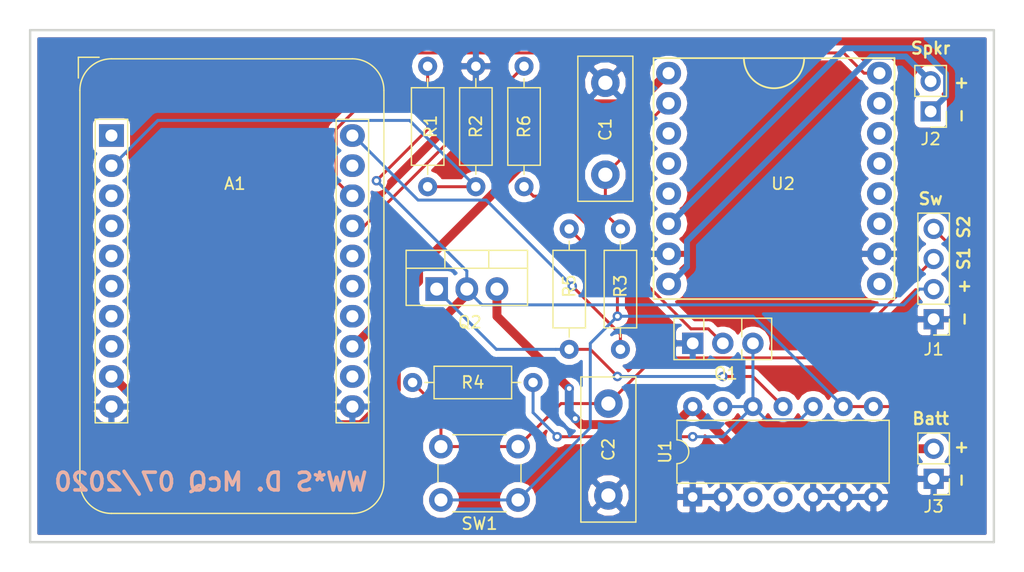
<source format=kicad_pcb>
(kicad_pcb (version 20171130) (host pcbnew 5.0.2+dfsg1-1)

  (general
    (thickness 1.6)
    (drawings 11)
    (tracks 133)
    (zones 0)
    (modules 17)
    (nets 40)
  )

  (page A4)
  (layers
    (0 F.Cu signal)
    (31 B.Cu signal)
    (32 B.Adhes user)
    (33 F.Adhes user)
    (34 B.Paste user)
    (35 F.Paste user)
    (36 B.SilkS user)
    (37 F.SilkS user)
    (38 B.Mask user)
    (39 F.Mask user)
    (40 Dwgs.User user)
    (41 Cmts.User user)
    (42 Eco1.User user)
    (43 Eco2.User user)
    (44 Edge.Cuts user)
    (45 Margin user)
    (46 B.CrtYd user hide)
    (47 F.CrtYd user hide)
    (48 B.Fab user)
    (49 F.Fab user hide)
  )

  (setup
    (last_trace_width 0.75)
    (user_trace_width 0.5)
    (user_trace_width 0.75)
    (trace_clearance 0.2)
    (zone_clearance 0.508)
    (zone_45_only no)
    (trace_min 0.2)
    (segment_width 0.2)
    (edge_width 0.15)
    (via_size 0.8)
    (via_drill 0.4)
    (via_min_size 0.4)
    (via_min_drill 0.3)
    (uvia_size 0.3)
    (uvia_drill 0.1)
    (uvias_allowed no)
    (uvia_min_size 0.2)
    (uvia_min_drill 0.1)
    (pcb_text_width 0.3)
    (pcb_text_size 1.5 1.5)
    (mod_edge_width 0.15)
    (mod_text_size 1 1)
    (mod_text_width 0.15)
    (pad_size 1.524 1.524)
    (pad_drill 0.762)
    (pad_to_mask_clearance 0.051)
    (solder_mask_min_width 0.25)
    (aux_axis_origin 0 0)
    (visible_elements FFFFFF7F)
    (pcbplotparams
      (layerselection 0x010fc_ffffffff)
      (usegerberextensions false)
      (usegerberattributes false)
      (usegerberadvancedattributes false)
      (creategerberjobfile false)
      (excludeedgelayer true)
      (linewidth 0.100000)
      (plotframeref false)
      (viasonmask false)
      (mode 1)
      (useauxorigin false)
      (hpglpennumber 1)
      (hpglpenspeed 20)
      (hpglpendiameter 15.000000)
      (psnegative false)
      (psa4output false)
      (plotreference true)
      (plotvalue true)
      (plotinvisibletext false)
      (padsonsilk false)
      (subtractmaskfromsilk false)
      (outputformat 1)
      (mirror false)
      (drillshape 1)
      (scaleselection 1)
      (outputdirectory ""))
  )

  (net 0 "")
  (net 1 "Net-(A1-Pad1)")
  (net 2 "Net-(A1-Pad20)")
  (net 3 "Net-(A1-Pad2)")
  (net 4 "Net-(A1-Pad19)")
  (net 5 "Net-(A1-Pad3)")
  (net 6 "Net-(A1-Pad18)")
  (net 7 "Net-(A1-Pad4)")
  (net 8 "Net-(A1-Pad17)")
  (net 9 "Net-(A1-Pad5)")
  (net 10 "Net-(A1-Pad16)")
  (net 11 "Net-(A1-Pad6)")
  (net 12 "Net-(A1-Pad15)")
  (net 13 "Net-(A1-Pad7)")
  (net 14 "Net-(A1-Pad14)")
  (net 15 "Net-(A1-Pad8)")
  (net 16 "Net-(A1-Pad13)")
  (net 17 "Net-(A1-Pad9)")
  (net 18 "Net-(A1-Pad12)")
  (net 19 GND)
  (net 20 "Net-(C1-Pad1)")
  (net 21 "Net-(C2-Pad1)")
  (net 22 "Net-(J1-Pad4)")
  (net 23 "Net-(J2-Pad1)")
  (net 24 "Net-(J2-Pad2)")
  (net 25 "Net-(J3-Pad2)")
  (net 26 "Net-(Q1-Pad2)")
  (net 27 "Net-(Q1-Pad3)")
  (net 28 "Net-(Q2-Pad1)")
  (net 29 "Net-(U1-Pad3)")
  (net 30 "Net-(U1-Pad4)")
  (net 31 "Net-(U2-Pad15)")
  (net 32 "Net-(U2-Pad14)")
  (net 33 "Net-(U2-Pad13)")
  (net 34 "Net-(U2-Pad12)")
  (net 35 "Net-(U2-Pad11)")
  (net 36 "Net-(U2-Pad9)")
  (net 37 "Net-(U2-Pad5)")
  (net 38 "Net-(U2-Pad4)")
  (net 39 "Net-(U2-Pad3)")

  (net_class Default "This is the default net class."
    (clearance 0.2)
    (trace_width 0.25)
    (via_dia 0.8)
    (via_drill 0.4)
    (uvia_dia 0.3)
    (uvia_drill 0.1)
    (add_net GND)
    (add_net "Net-(A1-Pad1)")
    (add_net "Net-(A1-Pad12)")
    (add_net "Net-(A1-Pad13)")
    (add_net "Net-(A1-Pad14)")
    (add_net "Net-(A1-Pad15)")
    (add_net "Net-(A1-Pad16)")
    (add_net "Net-(A1-Pad17)")
    (add_net "Net-(A1-Pad18)")
    (add_net "Net-(A1-Pad19)")
    (add_net "Net-(A1-Pad2)")
    (add_net "Net-(A1-Pad20)")
    (add_net "Net-(A1-Pad3)")
    (add_net "Net-(A1-Pad4)")
    (add_net "Net-(A1-Pad5)")
    (add_net "Net-(A1-Pad6)")
    (add_net "Net-(A1-Pad7)")
    (add_net "Net-(A1-Pad8)")
    (add_net "Net-(A1-Pad9)")
    (add_net "Net-(C1-Pad1)")
    (add_net "Net-(C2-Pad1)")
    (add_net "Net-(J1-Pad4)")
    (add_net "Net-(J2-Pad1)")
    (add_net "Net-(J2-Pad2)")
    (add_net "Net-(J3-Pad2)")
    (add_net "Net-(Q1-Pad2)")
    (add_net "Net-(Q1-Pad3)")
    (add_net "Net-(Q2-Pad1)")
    (add_net "Net-(U1-Pad3)")
    (add_net "Net-(U1-Pad4)")
    (add_net "Net-(U2-Pad11)")
    (add_net "Net-(U2-Pad12)")
    (add_net "Net-(U2-Pad13)")
    (add_net "Net-(U2-Pad14)")
    (add_net "Net-(U2-Pad15)")
    (add_net "Net-(U2-Pad3)")
    (add_net "Net-(U2-Pad4)")
    (add_net "Net-(U2-Pad5)")
    (add_net "Net-(U2-Pad9)")
  )

  (module Package_DIP:DIP-14_W7.62mm (layer F.Cu) (tedit 5A02E8C5) (tstamp 5F496DFE)
    (at 96.52 102.87 90)
    (descr "14-lead though-hole mounted DIP package, row spacing 7.62 mm (300 mils)")
    (tags "THT DIP DIL PDIP 2.54mm 7.62mm 300mil")
    (path /5F00A4EA)
    (fp_text reference U1 (at 3.81 -2.33 90) (layer F.SilkS)
      (effects (font (size 1 1) (thickness 0.15)))
    )
    (fp_text value HEF4093B (at 3.81 17.57 90) (layer F.Fab)
      (effects (font (size 1 1) (thickness 0.15)))
    )
    (fp_arc (start 3.81 -1.33) (end 2.81 -1.33) (angle -180) (layer F.SilkS) (width 0.12))
    (fp_line (start 1.635 -1.27) (end 6.985 -1.27) (layer F.Fab) (width 0.1))
    (fp_line (start 6.985 -1.27) (end 6.985 16.51) (layer F.Fab) (width 0.1))
    (fp_line (start 6.985 16.51) (end 0.635 16.51) (layer F.Fab) (width 0.1))
    (fp_line (start 0.635 16.51) (end 0.635 -0.27) (layer F.Fab) (width 0.1))
    (fp_line (start 0.635 -0.27) (end 1.635 -1.27) (layer F.Fab) (width 0.1))
    (fp_line (start 2.81 -1.33) (end 1.16 -1.33) (layer F.SilkS) (width 0.12))
    (fp_line (start 1.16 -1.33) (end 1.16 16.57) (layer F.SilkS) (width 0.12))
    (fp_line (start 1.16 16.57) (end 6.46 16.57) (layer F.SilkS) (width 0.12))
    (fp_line (start 6.46 16.57) (end 6.46 -1.33) (layer F.SilkS) (width 0.12))
    (fp_line (start 6.46 -1.33) (end 4.81 -1.33) (layer F.SilkS) (width 0.12))
    (fp_line (start -1.1 -1.55) (end -1.1 16.8) (layer F.CrtYd) (width 0.05))
    (fp_line (start -1.1 16.8) (end 8.7 16.8) (layer F.CrtYd) (width 0.05))
    (fp_line (start 8.7 16.8) (end 8.7 -1.55) (layer F.CrtYd) (width 0.05))
    (fp_line (start 8.7 -1.55) (end -1.1 -1.55) (layer F.CrtYd) (width 0.05))
    (fp_text user %R (at 3.81 7.62 90) (layer F.Fab)
      (effects (font (size 1 1) (thickness 0.15)))
    )
    (pad 1 thru_hole rect (at 0 0 90) (size 1.6 1.6) (drill 0.8) (layers *.Cu *.Mask)
      (net 19 GND))
    (pad 8 thru_hole oval (at 7.62 15.24 90) (size 1.6 1.6) (drill 0.8) (layers *.Cu *.Mask)
      (net 22 "Net-(J1-Pad4)"))
    (pad 2 thru_hole oval (at 0 2.54 90) (size 1.6 1.6) (drill 0.8) (layers *.Cu *.Mask)
      (net 19 GND))
    (pad 9 thru_hole oval (at 7.62 12.7 90) (size 1.6 1.6) (drill 0.8) (layers *.Cu *.Mask)
      (net 22 "Net-(J1-Pad4)"))
    (pad 3 thru_hole oval (at 0 5.08 90) (size 1.6 1.6) (drill 0.8) (layers *.Cu *.Mask)
      (net 29 "Net-(U1-Pad3)"))
    (pad 10 thru_hole oval (at 7.62 10.16 90) (size 1.6 1.6) (drill 0.8) (layers *.Cu *.Mask)
      (net 27 "Net-(Q1-Pad3)"))
    (pad 4 thru_hole oval (at 0 7.62 90) (size 1.6 1.6) (drill 0.8) (layers *.Cu *.Mask)
      (net 30 "Net-(U1-Pad4)"))
    (pad 11 thru_hole oval (at 7.62 7.62 90) (size 1.6 1.6) (drill 0.8) (layers *.Cu *.Mask)
      (net 28 "Net-(Q2-Pad1)"))
    (pad 5 thru_hole oval (at 0 10.16 90) (size 1.6 1.6) (drill 0.8) (layers *.Cu *.Mask)
      (net 19 GND))
    (pad 12 thru_hole oval (at 7.62 5.08 90) (size 1.6 1.6) (drill 0.8) (layers *.Cu *.Mask)
      (net 27 "Net-(Q1-Pad3)"))
    (pad 6 thru_hole oval (at 0 12.7 90) (size 1.6 1.6) (drill 0.8) (layers *.Cu *.Mask)
      (net 19 GND))
    (pad 13 thru_hole oval (at 7.62 2.54 90) (size 1.6 1.6) (drill 0.8) (layers *.Cu *.Mask)
      (net 27 "Net-(Q1-Pad3)"))
    (pad 7 thru_hole oval (at 0 15.24 90) (size 1.6 1.6) (drill 0.8) (layers *.Cu *.Mask)
      (net 19 GND))
    (pad 14 thru_hole oval (at 7.62 0 90) (size 1.6 1.6) (drill 0.8) (layers *.Cu *.Mask)
      (net 25 "Net-(J3-Pad2)"))
    (model ${KISYS3DMOD}/Package_DIP.3dshapes/DIP-14_W7.62mm.wrl
      (at (xyz 0 0 0))
      (scale (xyz 1 1 1))
      (rotate (xyz 0 0 0))
    )
  )

  (module Module:Adafruit_HUZZAH_ESP8266_breakout (layer F.Cu) (tedit 59B04F86) (tstamp 5F496C95)
    (at 47.498 72.39)
    (descr "32-bit microcontroller module with WiFi, https://www.adafruit.com/product/2471")
    (tags "ESP8266 WiFi microcontroller")
    (path /5EFFEC4F)
    (fp_text reference A1 (at 10.414 4.064) (layer F.SilkS)
      (effects (font (size 1 1) (thickness 0.15)))
    )
    (fp_text value Adafruit_HUZZAH_ESP8266_breakout (at 10.16 32.75) (layer F.Fab)
      (effects (font (size 1 1) (thickness 0.15)))
    )
    (fp_arc (start 0 -3.81) (end -2.54 -3.81) (angle 90) (layer F.Fab) (width 0.1))
    (fp_arc (start 20.32 -3.81) (end 20.32 -6.35) (angle 90) (layer F.Fab) (width 0.1))
    (fp_arc (start 20.32 29.21) (end 22.86 29.21) (angle 90) (layer F.Fab) (width 0.1))
    (fp_arc (start 0 29.21) (end 0 31.75) (angle 90) (layer F.Fab) (width 0.1))
    (fp_arc (start 0 -3.81) (end -2.66 -3.81) (angle 90) (layer F.SilkS) (width 0.12))
    (fp_arc (start 20.32 -3.81) (end 20.32 -6.47) (angle 90) (layer F.SilkS) (width 0.12))
    (fp_arc (start 20.32 29.21) (end 22.98 29.21) (angle 90) (layer F.SilkS) (width 0.12))
    (fp_arc (start 0 29.21) (end 0 31.87) (angle 90) (layer F.SilkS) (width 0.12))
    (fp_line (start 0 -6.35) (end 20.32 -6.35) (layer F.Fab) (width 0.1))
    (fp_line (start 0 31.75) (end 20.32 31.75) (layer F.Fab) (width 0.1))
    (fp_line (start -2.54 -3.81) (end -2.54 29.21) (layer F.Fab) (width 0.1))
    (fp_line (start 22.86 -3.81) (end 22.86 29.21) (layer F.Fab) (width 0.1))
    (fp_line (start -2.79 -4.85) (end -2.79 -6.6) (layer F.Fab) (width 0.1))
    (fp_line (start -2.79 -6.6) (end -1.04 -6.6) (layer F.Fab) (width 0.1))
    (fp_line (start 0 -6.47) (end 20.32 -6.47) (layer F.SilkS) (width 0.12))
    (fp_line (start 0 31.87) (end 20.32 31.87) (layer F.SilkS) (width 0.12))
    (fp_line (start -2.66 -3.81) (end -2.66 29.21) (layer F.SilkS) (width 0.12))
    (fp_line (start 22.98 -3.81) (end 22.98 29.21) (layer F.SilkS) (width 0.12))
    (fp_line (start -2.79 -4.85) (end -2.79 -6.6) (layer F.SilkS) (width 0.12))
    (fp_line (start -2.79 -6.6) (end -1.04 -6.6) (layer F.SilkS) (width 0.12))
    (fp_line (start -1.37 -1.37) (end -1.37 24.23) (layer F.SilkS) (width 0.12))
    (fp_line (start -1.37 24.23) (end 1.37 24.23) (layer F.SilkS) (width 0.12))
    (fp_line (start 1.37 24.23) (end 1.37 -1.37) (layer F.SilkS) (width 0.12))
    (fp_line (start 1.37 -1.37) (end -1.37 -1.37) (layer F.SilkS) (width 0.12))
    (fp_line (start 18.95 -1.37) (end 18.95 24.23) (layer F.SilkS) (width 0.12))
    (fp_line (start 18.95 24.23) (end 21.69 24.23) (layer F.SilkS) (width 0.12))
    (fp_line (start 21.69 24.23) (end 21.69 -1.37) (layer F.SilkS) (width 0.12))
    (fp_line (start 21.69 -1.37) (end 18.95 -1.37) (layer F.SilkS) (width 0.12))
    (fp_line (start -2.79 -6.6) (end -2.79 32) (layer F.CrtYd) (width 0.05))
    (fp_line (start -2.79 32) (end 23.11 32) (layer F.CrtYd) (width 0.05))
    (fp_line (start 23.11 32) (end 23.11 -6.6) (layer F.CrtYd) (width 0.05))
    (fp_line (start 23.11 -6.6) (end -2.79 -6.6) (layer F.CrtYd) (width 0.05))
    (fp_text user %R (at 10.16 12.7) (layer F.Fab)
      (effects (font (size 1 1) (thickness 0.15)))
    )
    (pad 1 thru_hole rect (at 0 0) (size 2.1 1.9) (drill 1.02) (layers *.Cu *.Mask)
      (net 1 "Net-(A1-Pad1)"))
    (pad 20 thru_hole oval (at 20.32 0) (size 2.1 1.9) (drill 1.02) (layers *.Cu *.Mask)
      (net 2 "Net-(A1-Pad20)"))
    (pad 2 thru_hole oval (at 0 2.54) (size 2.1 1.9) (drill 1.02) (layers *.Cu *.Mask)
      (net 3 "Net-(A1-Pad2)"))
    (pad 19 thru_hole oval (at 20.32 2.54) (size 2.1 1.9) (drill 1.02) (layers *.Cu *.Mask)
      (net 4 "Net-(A1-Pad19)"))
    (pad 3 thru_hole oval (at 0 5.08) (size 2.1 1.9) (drill 1.02) (layers *.Cu *.Mask)
      (net 5 "Net-(A1-Pad3)"))
    (pad 18 thru_hole oval (at 20.32 5.08) (size 2.1 1.9) (drill 1.02) (layers *.Cu *.Mask)
      (net 6 "Net-(A1-Pad18)"))
    (pad 4 thru_hole oval (at 0 7.62) (size 2.1 1.9) (drill 1.02) (layers *.Cu *.Mask)
      (net 7 "Net-(A1-Pad4)"))
    (pad 17 thru_hole oval (at 20.32 7.62) (size 2.1 1.9) (drill 1.02) (layers *.Cu *.Mask)
      (net 8 "Net-(A1-Pad17)"))
    (pad 5 thru_hole oval (at 0 10.16) (size 2.1 1.9) (drill 1.02) (layers *.Cu *.Mask)
      (net 9 "Net-(A1-Pad5)"))
    (pad 16 thru_hole oval (at 20.32 10.16) (size 2.1 1.9) (drill 1.02) (layers *.Cu *.Mask)
      (net 10 "Net-(A1-Pad16)"))
    (pad 6 thru_hole oval (at 0 12.7) (size 2.1 1.9) (drill 1.02) (layers *.Cu *.Mask)
      (net 11 "Net-(A1-Pad6)"))
    (pad 15 thru_hole oval (at 20.32 12.7) (size 2.1 1.9) (drill 1.02) (layers *.Cu *.Mask)
      (net 12 "Net-(A1-Pad15)"))
    (pad 7 thru_hole oval (at 0 15.24) (size 2.1 1.9) (drill 1.02) (layers *.Cu *.Mask)
      (net 13 "Net-(A1-Pad7)"))
    (pad 14 thru_hole oval (at 20.32 15.24) (size 2.1 1.9) (drill 1.02) (layers *.Cu *.Mask)
      (net 14 "Net-(A1-Pad14)"))
    (pad 8 thru_hole oval (at 0 17.78) (size 2.1 1.9) (drill 1.02) (layers *.Cu *.Mask)
      (net 15 "Net-(A1-Pad8)"))
    (pad 13 thru_hole oval (at 20.32 17.78) (size 2.1 1.9) (drill 1.02) (layers *.Cu *.Mask)
      (net 16 "Net-(A1-Pad13)"))
    (pad 9 thru_hole oval (at 0 20.32) (size 2.1 1.9) (drill 1.02) (layers *.Cu *.Mask)
      (net 17 "Net-(A1-Pad9)"))
    (pad 12 thru_hole oval (at 20.32 20.32) (size 2.1 1.9) (drill 1.02) (layers *.Cu *.Mask)
      (net 18 "Net-(A1-Pad12)"))
    (pad 10 thru_hole oval (at 0 22.86) (size 2.1 1.9) (drill 1.02) (layers *.Cu *.Mask)
      (net 19 GND))
    (pad 11 thru_hole oval (at 20.32 22.86) (size 2.1 1.9) (drill 1.02) (layers *.Cu *.Mask)
      (net 19 GND))
    (model ${KISYS3DMOD}/Module.3dshapes/Adafruit_HUZZAH_ESP8266_breakout.wrl
      (at (xyz 0 0 0))
      (scale (xyz 1 1 1))
      (rotate (xyz 0 0 0))
    )
  )

  (module Capacitor_THT:C_Disc_D12.0mm_W4.4mm_P7.75mm (layer F.Cu) (tedit 5AE50EF0) (tstamp 5F496CA8)
    (at 89.154 75.692 90)
    (descr "C, Disc series, Radial, pin pitch=7.75mm, , diameter*width=12*4.4mm^2, Capacitor")
    (tags "C Disc series Radial pin pitch 7.75mm  diameter 12mm width 4.4mm Capacitor")
    (path /5F0116A5)
    (fp_text reference C1 (at 3.81 0 90) (layer F.SilkS)
      (effects (font (size 1 1) (thickness 0.15)))
    )
    (fp_text value "0.1 uF" (at 3.875 3.45 90) (layer F.Fab)
      (effects (font (size 1 1) (thickness 0.15)))
    )
    (fp_line (start -2.125 -2.2) (end -2.125 2.2) (layer F.Fab) (width 0.1))
    (fp_line (start -2.125 2.2) (end 9.875 2.2) (layer F.Fab) (width 0.1))
    (fp_line (start 9.875 2.2) (end 9.875 -2.2) (layer F.Fab) (width 0.1))
    (fp_line (start 9.875 -2.2) (end -2.125 -2.2) (layer F.Fab) (width 0.1))
    (fp_line (start -2.245 -2.321) (end 9.995 -2.321) (layer F.SilkS) (width 0.12))
    (fp_line (start -2.245 2.321) (end 9.995 2.321) (layer F.SilkS) (width 0.12))
    (fp_line (start -2.245 -2.321) (end -2.245 2.321) (layer F.SilkS) (width 0.12))
    (fp_line (start 9.995 -2.321) (end 9.995 2.321) (layer F.SilkS) (width 0.12))
    (fp_line (start -2.38 -2.45) (end -2.38 2.45) (layer F.CrtYd) (width 0.05))
    (fp_line (start -2.38 2.45) (end 10.13 2.45) (layer F.CrtYd) (width 0.05))
    (fp_line (start 10.13 2.45) (end 10.13 -2.45) (layer F.CrtYd) (width 0.05))
    (fp_line (start 10.13 -2.45) (end -2.38 -2.45) (layer F.CrtYd) (width 0.05))
    (fp_text user %R (at 3.875 0 90) (layer F.Fab)
      (effects (font (size 1 1) (thickness 0.15)))
    )
    (pad 1 thru_hole circle (at 0 0 90) (size 2.4 2.4) (drill 1.2) (layers *.Cu *.Mask)
      (net 20 "Net-(C1-Pad1)"))
    (pad 2 thru_hole circle (at 7.75 0 90) (size 2.4 2.4) (drill 1.2) (layers *.Cu *.Mask)
      (net 19 GND))
    (model ${KISYS3DMOD}/Capacitor_THT.3dshapes/C_Disc_D12.0mm_W4.4mm_P7.75mm.wrl
      (at (xyz 0 0 0))
      (scale (xyz 1 1 1))
      (rotate (xyz 0 0 0))
    )
  )

  (module Capacitor_THT:C_Disc_D12.0mm_W4.4mm_P7.75mm (layer F.Cu) (tedit 5AE50EF0) (tstamp 5F496CBB)
    (at 89.408 94.996 270)
    (descr "C, Disc series, Radial, pin pitch=7.75mm, , diameter*width=12*4.4mm^2, Capacitor")
    (tags "C Disc series Radial pin pitch 7.75mm  diameter 12mm width 4.4mm Capacitor")
    (path /5F00BAE2)
    (fp_text reference C2 (at 3.875 0 270) (layer F.SilkS)
      (effects (font (size 1 1) (thickness 0.15)))
    )
    (fp_text value "0.1 uF" (at 3.875 3.45 270) (layer F.Fab)
      (effects (font (size 1 1) (thickness 0.15)))
    )
    (fp_text user %R (at 3.875 0 270) (layer F.Fab)
      (effects (font (size 1 1) (thickness 0.15)))
    )
    (fp_line (start 10.13 -2.45) (end -2.38 -2.45) (layer F.CrtYd) (width 0.05))
    (fp_line (start 10.13 2.45) (end 10.13 -2.45) (layer F.CrtYd) (width 0.05))
    (fp_line (start -2.38 2.45) (end 10.13 2.45) (layer F.CrtYd) (width 0.05))
    (fp_line (start -2.38 -2.45) (end -2.38 2.45) (layer F.CrtYd) (width 0.05))
    (fp_line (start 9.995 -2.321) (end 9.995 2.321) (layer F.SilkS) (width 0.12))
    (fp_line (start -2.245 -2.321) (end -2.245 2.321) (layer F.SilkS) (width 0.12))
    (fp_line (start -2.245 2.321) (end 9.995 2.321) (layer F.SilkS) (width 0.12))
    (fp_line (start -2.245 -2.321) (end 9.995 -2.321) (layer F.SilkS) (width 0.12))
    (fp_line (start 9.875 -2.2) (end -2.125 -2.2) (layer F.Fab) (width 0.1))
    (fp_line (start 9.875 2.2) (end 9.875 -2.2) (layer F.Fab) (width 0.1))
    (fp_line (start -2.125 2.2) (end 9.875 2.2) (layer F.Fab) (width 0.1))
    (fp_line (start -2.125 -2.2) (end -2.125 2.2) (layer F.Fab) (width 0.1))
    (pad 2 thru_hole circle (at 7.75 0 270) (size 2.4 2.4) (drill 1.2) (layers *.Cu *.Mask)
      (net 19 GND))
    (pad 1 thru_hole circle (at 0 0 270) (size 2.4 2.4) (drill 1.2) (layers *.Cu *.Mask)
      (net 21 "Net-(C2-Pad1)"))
    (model ${KISYS3DMOD}/Capacitor_THT.3dshapes/C_Disc_D12.0mm_W4.4mm_P7.75mm.wrl
      (at (xyz 0 0 0))
      (scale (xyz 1 1 1))
      (rotate (xyz 0 0 0))
    )
  )

  (module Connector_PinHeader_2.54mm:PinHeader_1x04_P2.54mm_Vertical (layer F.Cu) (tedit 59FED5CC) (tstamp 5F496CD3)
    (at 116.84 87.884 180)
    (descr "Through hole straight pin header, 1x04, 2.54mm pitch, single row")
    (tags "Through hole pin header THT 1x04 2.54mm single row")
    (path /5F01EE8C)
    (fp_text reference J1 (at 0 -2.54 180) (layer F.SilkS)
      (effects (font (size 1 1) (thickness 0.15)))
    )
    (fp_text value "Big Sw" (at 0 9.95 180) (layer F.Fab)
      (effects (font (size 1 1) (thickness 0.15)))
    )
    (fp_line (start -0.635 -1.27) (end 1.27 -1.27) (layer F.Fab) (width 0.1))
    (fp_line (start 1.27 -1.27) (end 1.27 8.89) (layer F.Fab) (width 0.1))
    (fp_line (start 1.27 8.89) (end -1.27 8.89) (layer F.Fab) (width 0.1))
    (fp_line (start -1.27 8.89) (end -1.27 -0.635) (layer F.Fab) (width 0.1))
    (fp_line (start -1.27 -0.635) (end -0.635 -1.27) (layer F.Fab) (width 0.1))
    (fp_line (start -1.33 8.95) (end 1.33 8.95) (layer F.SilkS) (width 0.12))
    (fp_line (start -1.33 1.27) (end -1.33 8.95) (layer F.SilkS) (width 0.12))
    (fp_line (start 1.33 1.27) (end 1.33 8.95) (layer F.SilkS) (width 0.12))
    (fp_line (start -1.33 1.27) (end 1.33 1.27) (layer F.SilkS) (width 0.12))
    (fp_line (start -1.33 0) (end -1.33 -1.33) (layer F.SilkS) (width 0.12))
    (fp_line (start -1.33 -1.33) (end 0 -1.33) (layer F.SilkS) (width 0.12))
    (fp_line (start -1.8 -1.8) (end -1.8 9.4) (layer F.CrtYd) (width 0.05))
    (fp_line (start -1.8 9.4) (end 1.8 9.4) (layer F.CrtYd) (width 0.05))
    (fp_line (start 1.8 9.4) (end 1.8 -1.8) (layer F.CrtYd) (width 0.05))
    (fp_line (start 1.8 -1.8) (end -1.8 -1.8) (layer F.CrtYd) (width 0.05))
    (fp_text user %R (at 0 3.81 270) (layer F.Fab)
      (effects (font (size 1 1) (thickness 0.15)))
    )
    (pad 1 thru_hole rect (at 0 0 180) (size 1.7 1.7) (drill 1) (layers *.Cu *.Mask)
      (net 19 GND))
    (pad 2 thru_hole oval (at 0 2.54 180) (size 1.7 1.7) (drill 1) (layers *.Cu *.Mask)
      (net 17 "Net-(A1-Pad9)"))
    (pad 3 thru_hole oval (at 0 5.08 180) (size 1.7 1.7) (drill 1) (layers *.Cu *.Mask)
      (net 21 "Net-(C2-Pad1)"))
    (pad 4 thru_hole oval (at 0 7.62 180) (size 1.7 1.7) (drill 1) (layers *.Cu *.Mask)
      (net 22 "Net-(J1-Pad4)"))
    (model ${KISYS3DMOD}/Connector_PinHeader_2.54mm.3dshapes/PinHeader_1x04_P2.54mm_Vertical.wrl
      (at (xyz 0 0 0))
      (scale (xyz 1 1 1))
      (rotate (xyz 0 0 0))
    )
  )

  (module Connector_PinHeader_2.54mm:PinHeader_1x02_P2.54mm_Vertical (layer F.Cu) (tedit 59FED5CC) (tstamp 5F496CE9)
    (at 116.586 70.358 180)
    (descr "Through hole straight pin header, 1x02, 2.54mm pitch, single row")
    (tags "Through hole pin header THT 1x02 2.54mm single row")
    (path /5F0145B5)
    (fp_text reference J2 (at 0 -2.33 180) (layer F.SilkS)
      (effects (font (size 1 1) (thickness 0.15)))
    )
    (fp_text value Speaker (at 0 4.87 180) (layer F.Fab)
      (effects (font (size 1 1) (thickness 0.15)))
    )
    (fp_line (start -0.635 -1.27) (end 1.27 -1.27) (layer F.Fab) (width 0.1))
    (fp_line (start 1.27 -1.27) (end 1.27 3.81) (layer F.Fab) (width 0.1))
    (fp_line (start 1.27 3.81) (end -1.27 3.81) (layer F.Fab) (width 0.1))
    (fp_line (start -1.27 3.81) (end -1.27 -0.635) (layer F.Fab) (width 0.1))
    (fp_line (start -1.27 -0.635) (end -0.635 -1.27) (layer F.Fab) (width 0.1))
    (fp_line (start -1.33 3.87) (end 1.33 3.87) (layer F.SilkS) (width 0.12))
    (fp_line (start -1.33 1.27) (end -1.33 3.87) (layer F.SilkS) (width 0.12))
    (fp_line (start 1.33 1.27) (end 1.33 3.87) (layer F.SilkS) (width 0.12))
    (fp_line (start -1.33 1.27) (end 1.33 1.27) (layer F.SilkS) (width 0.12))
    (fp_line (start -1.33 0) (end -1.33 -1.33) (layer F.SilkS) (width 0.12))
    (fp_line (start -1.33 -1.33) (end 0 -1.33) (layer F.SilkS) (width 0.12))
    (fp_line (start -1.8 -1.8) (end -1.8 4.35) (layer F.CrtYd) (width 0.05))
    (fp_line (start -1.8 4.35) (end 1.8 4.35) (layer F.CrtYd) (width 0.05))
    (fp_line (start 1.8 4.35) (end 1.8 -1.8) (layer F.CrtYd) (width 0.05))
    (fp_line (start 1.8 -1.8) (end -1.8 -1.8) (layer F.CrtYd) (width 0.05))
    (fp_text user %R (at 0 1.27 270) (layer F.Fab)
      (effects (font (size 1 1) (thickness 0.15)))
    )
    (pad 1 thru_hole rect (at 0 0 180) (size 1.7 1.7) (drill 1) (layers *.Cu *.Mask)
      (net 23 "Net-(J2-Pad1)"))
    (pad 2 thru_hole oval (at 0 2.54 180) (size 1.7 1.7) (drill 1) (layers *.Cu *.Mask)
      (net 24 "Net-(J2-Pad2)"))
    (model ${KISYS3DMOD}/Connector_PinHeader_2.54mm.3dshapes/PinHeader_1x02_P2.54mm_Vertical.wrl
      (at (xyz 0 0 0))
      (scale (xyz 1 1 1))
      (rotate (xyz 0 0 0))
    )
  )

  (module Connector_PinHeader_2.54mm:PinHeader_1x02_P2.54mm_Vertical (layer F.Cu) (tedit 59FED5CC) (tstamp 5F496CFF)
    (at 116.84 101.346 180)
    (descr "Through hole straight pin header, 1x02, 2.54mm pitch, single row")
    (tags "Through hole pin header THT 1x02 2.54mm single row")
    (path /5F01623F)
    (fp_text reference J3 (at 0 -2.33 180) (layer F.SilkS)
      (effects (font (size 1 1) (thickness 0.15)))
    )
    (fp_text value "Batt In" (at 0 4.87 180) (layer F.Fab)
      (effects (font (size 1 1) (thickness 0.15)))
    )
    (fp_text user %R (at 0 1.27 270) (layer F.Fab)
      (effects (font (size 1 1) (thickness 0.15)))
    )
    (fp_line (start 1.8 -1.8) (end -1.8 -1.8) (layer F.CrtYd) (width 0.05))
    (fp_line (start 1.8 4.35) (end 1.8 -1.8) (layer F.CrtYd) (width 0.05))
    (fp_line (start -1.8 4.35) (end 1.8 4.35) (layer F.CrtYd) (width 0.05))
    (fp_line (start -1.8 -1.8) (end -1.8 4.35) (layer F.CrtYd) (width 0.05))
    (fp_line (start -1.33 -1.33) (end 0 -1.33) (layer F.SilkS) (width 0.12))
    (fp_line (start -1.33 0) (end -1.33 -1.33) (layer F.SilkS) (width 0.12))
    (fp_line (start -1.33 1.27) (end 1.33 1.27) (layer F.SilkS) (width 0.12))
    (fp_line (start 1.33 1.27) (end 1.33 3.87) (layer F.SilkS) (width 0.12))
    (fp_line (start -1.33 1.27) (end -1.33 3.87) (layer F.SilkS) (width 0.12))
    (fp_line (start -1.33 3.87) (end 1.33 3.87) (layer F.SilkS) (width 0.12))
    (fp_line (start -1.27 -0.635) (end -0.635 -1.27) (layer F.Fab) (width 0.1))
    (fp_line (start -1.27 3.81) (end -1.27 -0.635) (layer F.Fab) (width 0.1))
    (fp_line (start 1.27 3.81) (end -1.27 3.81) (layer F.Fab) (width 0.1))
    (fp_line (start 1.27 -1.27) (end 1.27 3.81) (layer F.Fab) (width 0.1))
    (fp_line (start -0.635 -1.27) (end 1.27 -1.27) (layer F.Fab) (width 0.1))
    (pad 2 thru_hole oval (at 0 2.54 180) (size 1.7 1.7) (drill 1) (layers *.Cu *.Mask)
      (net 25 "Net-(J3-Pad2)"))
    (pad 1 thru_hole rect (at 0 0 180) (size 1.7 1.7) (drill 1) (layers *.Cu *.Mask)
      (net 19 GND))
    (model ${KISYS3DMOD}/Connector_PinHeader_2.54mm.3dshapes/PinHeader_1x02_P2.54mm_Vertical.wrl
      (at (xyz 0 0 0))
      (scale (xyz 1 1 1))
      (rotate (xyz 0 0 0))
    )
  )

  (module Package_TO_SOT_THT:TO-126-3_Vertical (layer F.Cu) (tedit 5AC8BA0D) (tstamp 5F496D19)
    (at 96.52 89.916)
    (descr "TO-126-3, Vertical, RM 2.54mm, see https://www.diodes.com/assets/Package-Files/TO126.pdf")
    (tags "TO-126-3 Vertical RM 2.54mm")
    (path /5F00AEBF)
    (fp_text reference Q1 (at 2.794 2.54) (layer F.SilkS)
      (effects (font (size 1 1) (thickness 0.15)))
    )
    (fp_text value 2N3904 (at 2.54 2.5) (layer F.Fab)
      (effects (font (size 1 1) (thickness 0.15)))
    )
    (fp_line (start -1.46 -2) (end -1.46 1.25) (layer F.Fab) (width 0.1))
    (fp_line (start -1.46 1.25) (end 6.54 1.25) (layer F.Fab) (width 0.1))
    (fp_line (start 6.54 1.25) (end 6.54 -2) (layer F.Fab) (width 0.1))
    (fp_line (start 6.54 -2) (end -1.46 -2) (layer F.Fab) (width 0.1))
    (fp_line (start 0.94 -2) (end 0.94 1.25) (layer F.Fab) (width 0.1))
    (fp_line (start 4.14 -2) (end 4.14 1.25) (layer F.Fab) (width 0.1))
    (fp_line (start -1.58 -2.12) (end 6.66 -2.12) (layer F.SilkS) (width 0.12))
    (fp_line (start -1.58 1.37) (end 6.66 1.37) (layer F.SilkS) (width 0.12))
    (fp_line (start -1.58 -2.12) (end -1.58 1.37) (layer F.SilkS) (width 0.12))
    (fp_line (start 6.66 -2.12) (end 6.66 1.37) (layer F.SilkS) (width 0.12))
    (fp_line (start 0.94 -2.12) (end 0.94 -1.05) (layer F.SilkS) (width 0.12))
    (fp_line (start 0.94 1.05) (end 0.94 1.37) (layer F.SilkS) (width 0.12))
    (fp_line (start 4.141 -2.12) (end 4.141 -0.54) (layer F.SilkS) (width 0.12))
    (fp_line (start 4.141 0.54) (end 4.141 1.37) (layer F.SilkS) (width 0.12))
    (fp_line (start -1.71 -2.25) (end -1.71 1.5) (layer F.CrtYd) (width 0.05))
    (fp_line (start -1.71 1.5) (end 6.79 1.5) (layer F.CrtYd) (width 0.05))
    (fp_line (start 6.79 1.5) (end 6.79 -2.25) (layer F.CrtYd) (width 0.05))
    (fp_line (start 6.79 -2.25) (end -1.71 -2.25) (layer F.CrtYd) (width 0.05))
    (fp_text user %R (at 2.54 -3.12) (layer F.Fab)
      (effects (font (size 1 1) (thickness 0.15)))
    )
    (pad 1 thru_hole rect (at 0 0) (size 1.8 1.8) (drill 1) (layers *.Cu *.Mask)
      (net 19 GND))
    (pad 2 thru_hole oval (at 2.54 0) (size 1.8 1.8) (drill 1) (layers *.Cu *.Mask)
      (net 26 "Net-(Q1-Pad2)"))
    (pad 3 thru_hole oval (at 5.08 0) (size 1.8 1.8) (drill 1) (layers *.Cu *.Mask)
      (net 27 "Net-(Q1-Pad3)"))
    (model ${KISYS3DMOD}/Package_TO_SOT_THT.3dshapes/TO-126-3_Vertical.wrl
      (at (xyz 0 0 0))
      (scale (xyz 1 1 1))
      (rotate (xyz 0 0 0))
    )
  )

  (module Package_TO_SOT_THT:TO-220-3_Vertical (layer F.Cu) (tedit 5AC8BA0D) (tstamp 5F496D33)
    (at 74.93 85.344)
    (descr "TO-220-3, Vertical, RM 2.54mm, see https://www.vishay.com/docs/66542/to-220-1.pdf")
    (tags "TO-220-3 Vertical RM 2.54mm")
    (path /5F00B225)
    (fp_text reference Q2 (at 2.794 2.794) (layer F.SilkS)
      (effects (font (size 1 1) (thickness 0.15)))
    )
    (fp_text value Q_PMOS_GDS (at 2.54 2.5) (layer F.Fab)
      (effects (font (size 1 1) (thickness 0.15)))
    )
    (fp_line (start -2.46 -3.15) (end -2.46 1.25) (layer F.Fab) (width 0.1))
    (fp_line (start -2.46 1.25) (end 7.54 1.25) (layer F.Fab) (width 0.1))
    (fp_line (start 7.54 1.25) (end 7.54 -3.15) (layer F.Fab) (width 0.1))
    (fp_line (start 7.54 -3.15) (end -2.46 -3.15) (layer F.Fab) (width 0.1))
    (fp_line (start -2.46 -1.88) (end 7.54 -1.88) (layer F.Fab) (width 0.1))
    (fp_line (start 0.69 -3.15) (end 0.69 -1.88) (layer F.Fab) (width 0.1))
    (fp_line (start 4.39 -3.15) (end 4.39 -1.88) (layer F.Fab) (width 0.1))
    (fp_line (start -2.58 -3.27) (end 7.66 -3.27) (layer F.SilkS) (width 0.12))
    (fp_line (start -2.58 1.371) (end 7.66 1.371) (layer F.SilkS) (width 0.12))
    (fp_line (start -2.58 -3.27) (end -2.58 1.371) (layer F.SilkS) (width 0.12))
    (fp_line (start 7.66 -3.27) (end 7.66 1.371) (layer F.SilkS) (width 0.12))
    (fp_line (start -2.58 -1.76) (end 7.66 -1.76) (layer F.SilkS) (width 0.12))
    (fp_line (start 0.69 -3.27) (end 0.69 -1.76) (layer F.SilkS) (width 0.12))
    (fp_line (start 4.391 -3.27) (end 4.391 -1.76) (layer F.SilkS) (width 0.12))
    (fp_line (start -2.71 -3.4) (end -2.71 1.51) (layer F.CrtYd) (width 0.05))
    (fp_line (start -2.71 1.51) (end 7.79 1.51) (layer F.CrtYd) (width 0.05))
    (fp_line (start 7.79 1.51) (end 7.79 -3.4) (layer F.CrtYd) (width 0.05))
    (fp_line (start 7.79 -3.4) (end -2.71 -3.4) (layer F.CrtYd) (width 0.05))
    (fp_text user %R (at 2.54 -4.27) (layer F.Fab)
      (effects (font (size 1 1) (thickness 0.15)))
    )
    (pad 1 thru_hole rect (at 0 0) (size 1.905 2) (drill 1.1) (layers *.Cu *.Mask)
      (net 28 "Net-(Q2-Pad1)"))
    (pad 2 thru_hole oval (at 2.54 0) (size 1.905 2) (drill 1.1) (layers *.Cu *.Mask)
      (net 17 "Net-(A1-Pad9)"))
    (pad 3 thru_hole oval (at 5.08 0) (size 1.905 2) (drill 1.1) (layers *.Cu *.Mask)
      (net 25 "Net-(J3-Pad2)"))
    (model ${KISYS3DMOD}/Package_TO_SOT_THT.3dshapes/TO-220-3_Vertical.wrl
      (at (xyz 0 0 0))
      (scale (xyz 1 1 1))
      (rotate (xyz 0 0 0))
    )
  )

  (module Resistor_THT:R_Axial_DIN0207_L6.3mm_D2.5mm_P10.16mm_Horizontal (layer F.Cu) (tedit 5AE5139B) (tstamp 5F499504)
    (at 74.168 76.708 90)
    (descr "Resistor, Axial_DIN0207 series, Axial, Horizontal, pin pitch=10.16mm, 0.25W = 1/4W, length*diameter=6.3*2.5mm^2, http://cdn-reichelt.de/documents/datenblatt/B400/1_4W%23YAG.pdf")
    (tags "Resistor Axial_DIN0207 series Axial Horizontal pin pitch 10.16mm 0.25W = 1/4W length 6.3mm diameter 2.5mm")
    (path /5F0121FB)
    (fp_text reference R1 (at 5.08 0.254 90) (layer F.SilkS)
      (effects (font (size 1 1) (thickness 0.15)))
    )
    (fp_text value 47K (at 5.08 2.37 90) (layer F.Fab)
      (effects (font (size 1 1) (thickness 0.15)))
    )
    (fp_text user %R (at 5.08 0 90) (layer F.Fab)
      (effects (font (size 1 1) (thickness 0.15)))
    )
    (fp_line (start 11.21 -1.5) (end -1.05 -1.5) (layer F.CrtYd) (width 0.05))
    (fp_line (start 11.21 1.5) (end 11.21 -1.5) (layer F.CrtYd) (width 0.05))
    (fp_line (start -1.05 1.5) (end 11.21 1.5) (layer F.CrtYd) (width 0.05))
    (fp_line (start -1.05 -1.5) (end -1.05 1.5) (layer F.CrtYd) (width 0.05))
    (fp_line (start 9.12 0) (end 8.35 0) (layer F.SilkS) (width 0.12))
    (fp_line (start 1.04 0) (end 1.81 0) (layer F.SilkS) (width 0.12))
    (fp_line (start 8.35 -1.37) (end 1.81 -1.37) (layer F.SilkS) (width 0.12))
    (fp_line (start 8.35 1.37) (end 8.35 -1.37) (layer F.SilkS) (width 0.12))
    (fp_line (start 1.81 1.37) (end 8.35 1.37) (layer F.SilkS) (width 0.12))
    (fp_line (start 1.81 -1.37) (end 1.81 1.37) (layer F.SilkS) (width 0.12))
    (fp_line (start 10.16 0) (end 8.23 0) (layer F.Fab) (width 0.1))
    (fp_line (start 0 0) (end 1.93 0) (layer F.Fab) (width 0.1))
    (fp_line (start 8.23 -1.25) (end 1.93 -1.25) (layer F.Fab) (width 0.1))
    (fp_line (start 8.23 1.25) (end 8.23 -1.25) (layer F.Fab) (width 0.1))
    (fp_line (start 1.93 1.25) (end 8.23 1.25) (layer F.Fab) (width 0.1))
    (fp_line (start 1.93 -1.25) (end 1.93 1.25) (layer F.Fab) (width 0.1))
    (pad 2 thru_hole oval (at 10.16 0 90) (size 1.6 1.6) (drill 0.8) (layers *.Cu *.Mask)
      (net 17 "Net-(A1-Pad9)"))
    (pad 1 thru_hole circle (at 0 0 90) (size 1.6 1.6) (drill 0.8) (layers *.Cu *.Mask)
      (net 3 "Net-(A1-Pad2)"))
    (model ${KISYS3DMOD}/Resistor_THT.3dshapes/R_Axial_DIN0207_L6.3mm_D2.5mm_P10.16mm_Horizontal.wrl
      (at (xyz 0 0 0))
      (scale (xyz 1 1 1))
      (rotate (xyz 0 0 0))
    )
  )

  (module Resistor_THT:R_Axial_DIN0207_L6.3mm_D2.5mm_P10.16mm_Horizontal (layer F.Cu) (tedit 5AE5139B) (tstamp 5F496D61)
    (at 78.232 76.708 90)
    (descr "Resistor, Axial_DIN0207 series, Axial, Horizontal, pin pitch=10.16mm, 0.25W = 1/4W, length*diameter=6.3*2.5mm^2, http://cdn-reichelt.de/documents/datenblatt/B400/1_4W%23YAG.pdf")
    (tags "Resistor Axial_DIN0207 series Axial Horizontal pin pitch 10.16mm 0.25W = 1/4W length 6.3mm diameter 2.5mm")
    (path /5F01226C)
    (fp_text reference R2 (at 5.08 0 90) (layer F.SilkS)
      (effects (font (size 1 1) (thickness 0.15)))
    )
    (fp_text value 10K (at 5.08 2.37 90) (layer F.Fab)
      (effects (font (size 1 1) (thickness 0.15)))
    )
    (fp_line (start 1.93 -1.25) (end 1.93 1.25) (layer F.Fab) (width 0.1))
    (fp_line (start 1.93 1.25) (end 8.23 1.25) (layer F.Fab) (width 0.1))
    (fp_line (start 8.23 1.25) (end 8.23 -1.25) (layer F.Fab) (width 0.1))
    (fp_line (start 8.23 -1.25) (end 1.93 -1.25) (layer F.Fab) (width 0.1))
    (fp_line (start 0 0) (end 1.93 0) (layer F.Fab) (width 0.1))
    (fp_line (start 10.16 0) (end 8.23 0) (layer F.Fab) (width 0.1))
    (fp_line (start 1.81 -1.37) (end 1.81 1.37) (layer F.SilkS) (width 0.12))
    (fp_line (start 1.81 1.37) (end 8.35 1.37) (layer F.SilkS) (width 0.12))
    (fp_line (start 8.35 1.37) (end 8.35 -1.37) (layer F.SilkS) (width 0.12))
    (fp_line (start 8.35 -1.37) (end 1.81 -1.37) (layer F.SilkS) (width 0.12))
    (fp_line (start 1.04 0) (end 1.81 0) (layer F.SilkS) (width 0.12))
    (fp_line (start 9.12 0) (end 8.35 0) (layer F.SilkS) (width 0.12))
    (fp_line (start -1.05 -1.5) (end -1.05 1.5) (layer F.CrtYd) (width 0.05))
    (fp_line (start -1.05 1.5) (end 11.21 1.5) (layer F.CrtYd) (width 0.05))
    (fp_line (start 11.21 1.5) (end 11.21 -1.5) (layer F.CrtYd) (width 0.05))
    (fp_line (start 11.21 -1.5) (end -1.05 -1.5) (layer F.CrtYd) (width 0.05))
    (fp_text user %R (at 5.08 0 90) (layer F.Fab)
      (effects (font (size 1 1) (thickness 0.15)))
    )
    (pad 1 thru_hole circle (at 0 0 90) (size 1.6 1.6) (drill 0.8) (layers *.Cu *.Mask)
      (net 3 "Net-(A1-Pad2)"))
    (pad 2 thru_hole oval (at 10.16 0 90) (size 1.6 1.6) (drill 0.8) (layers *.Cu *.Mask)
      (net 19 GND))
    (model ${KISYS3DMOD}/Resistor_THT.3dshapes/R_Axial_DIN0207_L6.3mm_D2.5mm_P10.16mm_Horizontal.wrl
      (at (xyz 0 0 0))
      (scale (xyz 1 1 1))
      (rotate (xyz 0 0 0))
    )
  )

  (module Resistor_THT:R_Axial_DIN0207_L6.3mm_D2.5mm_P10.16mm_Horizontal (layer F.Cu) (tedit 5AE5139B) (tstamp 5F496D78)
    (at 90.424 80.264 270)
    (descr "Resistor, Axial_DIN0207 series, Axial, Horizontal, pin pitch=10.16mm, 0.25W = 1/4W, length*diameter=6.3*2.5mm^2, http://cdn-reichelt.de/documents/datenblatt/B400/1_4W%23YAG.pdf")
    (tags "Resistor Axial_DIN0207 series Axial Horizontal pin pitch 10.16mm 0.25W = 1/4W length 6.3mm diameter 2.5mm")
    (path /5F0115E4)
    (fp_text reference R3 (at 4.826 0 270) (layer F.SilkS)
      (effects (font (size 1 1) (thickness 0.15)))
    )
    (fp_text value 10K (at 5.08 2.37 270) (layer F.Fab)
      (effects (font (size 1 1) (thickness 0.15)))
    )
    (fp_line (start 1.93 -1.25) (end 1.93 1.25) (layer F.Fab) (width 0.1))
    (fp_line (start 1.93 1.25) (end 8.23 1.25) (layer F.Fab) (width 0.1))
    (fp_line (start 8.23 1.25) (end 8.23 -1.25) (layer F.Fab) (width 0.1))
    (fp_line (start 8.23 -1.25) (end 1.93 -1.25) (layer F.Fab) (width 0.1))
    (fp_line (start 0 0) (end 1.93 0) (layer F.Fab) (width 0.1))
    (fp_line (start 10.16 0) (end 8.23 0) (layer F.Fab) (width 0.1))
    (fp_line (start 1.81 -1.37) (end 1.81 1.37) (layer F.SilkS) (width 0.12))
    (fp_line (start 1.81 1.37) (end 8.35 1.37) (layer F.SilkS) (width 0.12))
    (fp_line (start 8.35 1.37) (end 8.35 -1.37) (layer F.SilkS) (width 0.12))
    (fp_line (start 8.35 -1.37) (end 1.81 -1.37) (layer F.SilkS) (width 0.12))
    (fp_line (start 1.04 0) (end 1.81 0) (layer F.SilkS) (width 0.12))
    (fp_line (start 9.12 0) (end 8.35 0) (layer F.SilkS) (width 0.12))
    (fp_line (start -1.05 -1.5) (end -1.05 1.5) (layer F.CrtYd) (width 0.05))
    (fp_line (start -1.05 1.5) (end 11.21 1.5) (layer F.CrtYd) (width 0.05))
    (fp_line (start 11.21 1.5) (end 11.21 -1.5) (layer F.CrtYd) (width 0.05))
    (fp_line (start 11.21 -1.5) (end -1.05 -1.5) (layer F.CrtYd) (width 0.05))
    (fp_text user %R (at 5.08 0 270) (layer F.Fab)
      (effects (font (size 1 1) (thickness 0.15)))
    )
    (pad 1 thru_hole circle (at 0 0 270) (size 1.6 1.6) (drill 0.8) (layers *.Cu *.Mask)
      (net 20 "Net-(C1-Pad1)"))
    (pad 2 thru_hole oval (at 10.16 0 270) (size 1.6 1.6) (drill 0.8) (layers *.Cu *.Mask)
      (net 2 "Net-(A1-Pad20)"))
    (model ${KISYS3DMOD}/Resistor_THT.3dshapes/R_Axial_DIN0207_L6.3mm_D2.5mm_P10.16mm_Horizontal.wrl
      (at (xyz 0 0 0))
      (scale (xyz 1 1 1))
      (rotate (xyz 0 0 0))
    )
  )

  (module Resistor_THT:R_Axial_DIN0207_L6.3mm_D2.5mm_P10.16mm_Horizontal (layer F.Cu) (tedit 5AE5139B) (tstamp 5F496D8F)
    (at 83.058 93.218 180)
    (descr "Resistor, Axial_DIN0207 series, Axial, Horizontal, pin pitch=10.16mm, 0.25W = 1/4W, length*diameter=6.3*2.5mm^2, http://cdn-reichelt.de/documents/datenblatt/B400/1_4W%23YAG.pdf")
    (tags "Resistor Axial_DIN0207 series Axial Horizontal pin pitch 10.16mm 0.25W = 1/4W length 6.3mm diameter 2.5mm")
    (path /5F00B9F9)
    (fp_text reference R4 (at 5.08 0 180) (layer F.SilkS)
      (effects (font (size 1 1) (thickness 0.15)))
    )
    (fp_text value 100K (at 5.08 2.37 180) (layer F.Fab)
      (effects (font (size 1 1) (thickness 0.15)))
    )
    (fp_text user %R (at 5.08 0 180) (layer F.Fab)
      (effects (font (size 1 1) (thickness 0.15)))
    )
    (fp_line (start 11.21 -1.5) (end -1.05 -1.5) (layer F.CrtYd) (width 0.05))
    (fp_line (start 11.21 1.5) (end 11.21 -1.5) (layer F.CrtYd) (width 0.05))
    (fp_line (start -1.05 1.5) (end 11.21 1.5) (layer F.CrtYd) (width 0.05))
    (fp_line (start -1.05 -1.5) (end -1.05 1.5) (layer F.CrtYd) (width 0.05))
    (fp_line (start 9.12 0) (end 8.35 0) (layer F.SilkS) (width 0.12))
    (fp_line (start 1.04 0) (end 1.81 0) (layer F.SilkS) (width 0.12))
    (fp_line (start 8.35 -1.37) (end 1.81 -1.37) (layer F.SilkS) (width 0.12))
    (fp_line (start 8.35 1.37) (end 8.35 -1.37) (layer F.SilkS) (width 0.12))
    (fp_line (start 1.81 1.37) (end 8.35 1.37) (layer F.SilkS) (width 0.12))
    (fp_line (start 1.81 -1.37) (end 1.81 1.37) (layer F.SilkS) (width 0.12))
    (fp_line (start 10.16 0) (end 8.23 0) (layer F.Fab) (width 0.1))
    (fp_line (start 0 0) (end 1.93 0) (layer F.Fab) (width 0.1))
    (fp_line (start 8.23 -1.25) (end 1.93 -1.25) (layer F.Fab) (width 0.1))
    (fp_line (start 8.23 1.25) (end 8.23 -1.25) (layer F.Fab) (width 0.1))
    (fp_line (start 1.93 1.25) (end 8.23 1.25) (layer F.Fab) (width 0.1))
    (fp_line (start 1.93 -1.25) (end 1.93 1.25) (layer F.Fab) (width 0.1))
    (pad 2 thru_hole oval (at 10.16 0 180) (size 1.6 1.6) (drill 0.8) (layers *.Cu *.Mask)
      (net 21 "Net-(C2-Pad1)"))
    (pad 1 thru_hole circle (at 0 0 180) (size 1.6 1.6) (drill 0.8) (layers *.Cu *.Mask)
      (net 27 "Net-(Q1-Pad3)"))
    (model ${KISYS3DMOD}/Resistor_THT.3dshapes/R_Axial_DIN0207_L6.3mm_D2.5mm_P10.16mm_Horizontal.wrl
      (at (xyz 0 0 0))
      (scale (xyz 1 1 1))
      (rotate (xyz 0 0 0))
    )
  )

  (module Resistor_THT:R_Axial_DIN0207_L6.3mm_D2.5mm_P10.16mm_Horizontal (layer F.Cu) (tedit 5AE5139B) (tstamp 5F496DA6)
    (at 86.106 90.424 90)
    (descr "Resistor, Axial_DIN0207 series, Axial, Horizontal, pin pitch=10.16mm, 0.25W = 1/4W, length*diameter=6.3*2.5mm^2, http://cdn-reichelt.de/documents/datenblatt/B400/1_4W%23YAG.pdf")
    (tags "Resistor Axial_DIN0207 series Axial Horizontal pin pitch 10.16mm 0.25W = 1/4W length 6.3mm diameter 2.5mm")
    (path /5F00B6CE)
    (fp_text reference R5 (at 5.334 0 90) (layer F.SilkS)
      (effects (font (size 1 1) (thickness 0.15)))
    )
    (fp_text value 100K (at 5.08 2.37 90) (layer F.Fab)
      (effects (font (size 1 1) (thickness 0.15)))
    )
    (fp_line (start 1.93 -1.25) (end 1.93 1.25) (layer F.Fab) (width 0.1))
    (fp_line (start 1.93 1.25) (end 8.23 1.25) (layer F.Fab) (width 0.1))
    (fp_line (start 8.23 1.25) (end 8.23 -1.25) (layer F.Fab) (width 0.1))
    (fp_line (start 8.23 -1.25) (end 1.93 -1.25) (layer F.Fab) (width 0.1))
    (fp_line (start 0 0) (end 1.93 0) (layer F.Fab) (width 0.1))
    (fp_line (start 10.16 0) (end 8.23 0) (layer F.Fab) (width 0.1))
    (fp_line (start 1.81 -1.37) (end 1.81 1.37) (layer F.SilkS) (width 0.12))
    (fp_line (start 1.81 1.37) (end 8.35 1.37) (layer F.SilkS) (width 0.12))
    (fp_line (start 8.35 1.37) (end 8.35 -1.37) (layer F.SilkS) (width 0.12))
    (fp_line (start 8.35 -1.37) (end 1.81 -1.37) (layer F.SilkS) (width 0.12))
    (fp_line (start 1.04 0) (end 1.81 0) (layer F.SilkS) (width 0.12))
    (fp_line (start 9.12 0) (end 8.35 0) (layer F.SilkS) (width 0.12))
    (fp_line (start -1.05 -1.5) (end -1.05 1.5) (layer F.CrtYd) (width 0.05))
    (fp_line (start -1.05 1.5) (end 11.21 1.5) (layer F.CrtYd) (width 0.05))
    (fp_line (start 11.21 1.5) (end 11.21 -1.5) (layer F.CrtYd) (width 0.05))
    (fp_line (start 11.21 -1.5) (end -1.05 -1.5) (layer F.CrtYd) (width 0.05))
    (fp_text user %R (at 5.08 0 90) (layer F.Fab)
      (effects (font (size 1 1) (thickness 0.15)))
    )
    (pad 1 thru_hole circle (at 0 0 90) (size 1.6 1.6) (drill 0.8) (layers *.Cu *.Mask)
      (net 28 "Net-(Q2-Pad1)"))
    (pad 2 thru_hole oval (at 10.16 0 90) (size 1.6 1.6) (drill 0.8) (layers *.Cu *.Mask)
      (net 22 "Net-(J1-Pad4)"))
    (model ${KISYS3DMOD}/Resistor_THT.3dshapes/R_Axial_DIN0207_L6.3mm_D2.5mm_P10.16mm_Horizontal.wrl
      (at (xyz 0 0 0))
      (scale (xyz 1 1 1))
      (rotate (xyz 0 0 0))
    )
  )

  (module Resistor_THT:R_Axial_DIN0207_L6.3mm_D2.5mm_P10.16mm_Horizontal (layer F.Cu) (tedit 5AE5139B) (tstamp 5F496DBD)
    (at 82.296 66.548 270)
    (descr "Resistor, Axial_DIN0207 series, Axial, Horizontal, pin pitch=10.16mm, 0.25W = 1/4W, length*diameter=6.3*2.5mm^2, http://cdn-reichelt.de/documents/datenblatt/B400/1_4W%23YAG.pdf")
    (tags "Resistor Axial_DIN0207 series Axial Horizontal pin pitch 10.16mm 0.25W = 1/4W length 6.3mm diameter 2.5mm")
    (path /5F00C2B7)
    (fp_text reference R6 (at 5.08 0 270) (layer F.SilkS)
      (effects (font (size 1 1) (thickness 0.15)))
    )
    (fp_text value 1K (at 5.08 2.37 270) (layer F.Fab)
      (effects (font (size 1 1) (thickness 0.15)))
    )
    (fp_text user %R (at 5.08 0 270) (layer F.Fab)
      (effects (font (size 1 1) (thickness 0.15)))
    )
    (fp_line (start 11.21 -1.5) (end -1.05 -1.5) (layer F.CrtYd) (width 0.05))
    (fp_line (start 11.21 1.5) (end 11.21 -1.5) (layer F.CrtYd) (width 0.05))
    (fp_line (start -1.05 1.5) (end 11.21 1.5) (layer F.CrtYd) (width 0.05))
    (fp_line (start -1.05 -1.5) (end -1.05 1.5) (layer F.CrtYd) (width 0.05))
    (fp_line (start 9.12 0) (end 8.35 0) (layer F.SilkS) (width 0.12))
    (fp_line (start 1.04 0) (end 1.81 0) (layer F.SilkS) (width 0.12))
    (fp_line (start 8.35 -1.37) (end 1.81 -1.37) (layer F.SilkS) (width 0.12))
    (fp_line (start 8.35 1.37) (end 8.35 -1.37) (layer F.SilkS) (width 0.12))
    (fp_line (start 1.81 1.37) (end 8.35 1.37) (layer F.SilkS) (width 0.12))
    (fp_line (start 1.81 -1.37) (end 1.81 1.37) (layer F.SilkS) (width 0.12))
    (fp_line (start 10.16 0) (end 8.23 0) (layer F.Fab) (width 0.1))
    (fp_line (start 0 0) (end 1.93 0) (layer F.Fab) (width 0.1))
    (fp_line (start 8.23 -1.25) (end 1.93 -1.25) (layer F.Fab) (width 0.1))
    (fp_line (start 8.23 1.25) (end 8.23 -1.25) (layer F.Fab) (width 0.1))
    (fp_line (start 1.93 1.25) (end 8.23 1.25) (layer F.Fab) (width 0.1))
    (fp_line (start 1.93 -1.25) (end 1.93 1.25) (layer F.Fab) (width 0.1))
    (pad 2 thru_hole oval (at 10.16 0 270) (size 1.6 1.6) (drill 0.8) (layers *.Cu *.Mask)
      (net 26 "Net-(Q1-Pad2)"))
    (pad 1 thru_hole circle (at 0 0 270) (size 1.6 1.6) (drill 0.8) (layers *.Cu *.Mask)
      (net 8 "Net-(A1-Pad17)"))
    (model ${KISYS3DMOD}/Resistor_THT.3dshapes/R_Axial_DIN0207_L6.3mm_D2.5mm_P10.16mm_Horizontal.wrl
      (at (xyz 0 0 0))
      (scale (xyz 1 1 1))
      (rotate (xyz 0 0 0))
    )
  )

  (module Button_Switch_THT:SW_PUSH_6mm (layer F.Cu) (tedit 5A02FE31) (tstamp 5F4974FF)
    (at 81.788 103.124 180)
    (descr https://www.omron.com/ecb/products/pdf/en-b3f.pdf)
    (tags "tact sw push 6mm")
    (path /5F00B179)
    (fp_text reference SW1 (at 3.25 -2 180) (layer F.SilkS)
      (effects (font (size 1 1) (thickness 0.15)))
    )
    (fp_text value SW_Push (at 3.75 6.7 180) (layer F.Fab)
      (effects (font (size 1 1) (thickness 0.15)))
    )
    (fp_text user %R (at 3.25 2.25 180) (layer F.Fab)
      (effects (font (size 1 1) (thickness 0.15)))
    )
    (fp_line (start 3.25 -0.75) (end 6.25 -0.75) (layer F.Fab) (width 0.1))
    (fp_line (start 6.25 -0.75) (end 6.25 5.25) (layer F.Fab) (width 0.1))
    (fp_line (start 6.25 5.25) (end 0.25 5.25) (layer F.Fab) (width 0.1))
    (fp_line (start 0.25 5.25) (end 0.25 -0.75) (layer F.Fab) (width 0.1))
    (fp_line (start 0.25 -0.75) (end 3.25 -0.75) (layer F.Fab) (width 0.1))
    (fp_line (start 7.75 6) (end 8 6) (layer F.CrtYd) (width 0.05))
    (fp_line (start 8 6) (end 8 5.75) (layer F.CrtYd) (width 0.05))
    (fp_line (start 7.75 -1.5) (end 8 -1.5) (layer F.CrtYd) (width 0.05))
    (fp_line (start 8 -1.5) (end 8 -1.25) (layer F.CrtYd) (width 0.05))
    (fp_line (start -1.5 -1.25) (end -1.5 -1.5) (layer F.CrtYd) (width 0.05))
    (fp_line (start -1.5 -1.5) (end -1.25 -1.5) (layer F.CrtYd) (width 0.05))
    (fp_line (start -1.5 5.75) (end -1.5 6) (layer F.CrtYd) (width 0.05))
    (fp_line (start -1.5 6) (end -1.25 6) (layer F.CrtYd) (width 0.05))
    (fp_line (start -1.25 -1.5) (end 7.75 -1.5) (layer F.CrtYd) (width 0.05))
    (fp_line (start -1.5 5.75) (end -1.5 -1.25) (layer F.CrtYd) (width 0.05))
    (fp_line (start 7.75 6) (end -1.25 6) (layer F.CrtYd) (width 0.05))
    (fp_line (start 8 -1.25) (end 8 5.75) (layer F.CrtYd) (width 0.05))
    (fp_line (start 1 5.5) (end 5.5 5.5) (layer F.SilkS) (width 0.12))
    (fp_line (start -0.25 1.5) (end -0.25 3) (layer F.SilkS) (width 0.12))
    (fp_line (start 5.5 -1) (end 1 -1) (layer F.SilkS) (width 0.12))
    (fp_line (start 6.75 3) (end 6.75 1.5) (layer F.SilkS) (width 0.12))
    (fp_circle (center 3.25 2.25) (end 1.25 2.5) (layer F.Fab) (width 0.1))
    (pad 2 thru_hole circle (at 0 4.5 270) (size 2 2) (drill 1.1) (layers *.Cu *.Mask)
      (net 21 "Net-(C2-Pad1)"))
    (pad 1 thru_hole circle (at 0 0 270) (size 2 2) (drill 1.1) (layers *.Cu *.Mask)
      (net 22 "Net-(J1-Pad4)"))
    (pad 2 thru_hole circle (at 6.5 4.5 270) (size 2 2) (drill 1.1) (layers *.Cu *.Mask)
      (net 21 "Net-(C2-Pad1)"))
    (pad 1 thru_hole circle (at 6.5 0 270) (size 2 2) (drill 1.1) (layers *.Cu *.Mask)
      (net 22 "Net-(J1-Pad4)"))
    (model ${KISYS3DMOD}/Button_Switch_THT.3dshapes/SW_PUSH_6mm.wrl
      (at (xyz 0 0 0))
      (scale (xyz 1 1 1))
      (rotate (xyz 0 0 0))
    )
  )

  (module MedidoFootprints:dfmini (layer F.Cu) (tedit 5EFFD5CC) (tstamp 5F496E17)
    (at 103.378 76.021001)
    (path /5EFFEB5D)
    (fp_text reference U2 (at 0.762 0.432999) (layer F.SilkS)
      (effects (font (size 1 1) (thickness 0.15)))
    )
    (fp_text value DFPlayer_Mini (at 0 -3.81) (layer F.Fab)
      (effects (font (size 1 1) (thickness 0.15)))
    )
    (fp_arc (start 0 -10.16) (end -2.54 -10.16) (angle -180) (layer F.SilkS) (width 0.15))
    (fp_line (start 10.16 -10.16) (end -10.16 -10.16) (layer F.SilkS) (width 0.15))
    (fp_line (start 10.16 10.16) (end 10.16 -10.16) (layer F.SilkS) (width 0.15))
    (fp_line (start -10.16 10.16) (end 10.16 10.16) (layer F.SilkS) (width 0.15))
    (fp_line (start -10.16 -10.16) (end -10.16 10.16) (layer F.SilkS) (width 0.15))
    (pad 16 thru_hole oval (at 8.89 -8.89) (size 2.1 1.9) (drill 1.02) (layers *.Cu *.Mask)
      (net 6 "Net-(A1-Pad18)"))
    (pad 15 thru_hole oval (at 8.89 -6.35) (size 2.1 1.9) (drill 1.02) (layers *.Cu *.Mask)
      (net 31 "Net-(U2-Pad15)"))
    (pad 14 thru_hole oval (at 8.89 -3.81) (size 2.1 1.9) (drill 1.02) (layers *.Cu *.Mask)
      (net 32 "Net-(U2-Pad14)"))
    (pad 13 thru_hole oval (at 8.89 -1.27) (size 2.1 1.9) (drill 1.02) (layers *.Cu *.Mask)
      (net 33 "Net-(U2-Pad13)"))
    (pad 12 thru_hole oval (at 8.89 1.27) (size 2.1 1.9) (drill 1.02) (layers *.Cu *.Mask)
      (net 34 "Net-(U2-Pad12)"))
    (pad 11 thru_hole oval (at 8.89 3.81) (size 2.1 1.9) (drill 1.02) (layers *.Cu *.Mask)
      (net 35 "Net-(U2-Pad11)"))
    (pad 10 thru_hole oval (at 8.89 6.35) (size 2.1 1.9) (drill 1.02) (layers *.Cu *.Mask)
      (net 19 GND))
    (pad 9 thru_hole oval (at 8.89 8.89) (size 2.1 1.9) (drill 1.02) (layers *.Cu *.Mask)
      (net 36 "Net-(U2-Pad9)"))
    (pad 8 thru_hole oval (at -8.89 8.89) (size 2.1 1.9) (drill 1.02) (layers *.Cu *.Mask)
      (net 24 "Net-(J2-Pad2)"))
    (pad 7 thru_hole oval (at -8.89 6.35) (size 2.1 1.9) (drill 1.02) (layers *.Cu *.Mask)
      (net 19 GND))
    (pad 6 thru_hole oval (at -8.89 3.81) (size 2.1 1.9) (drill 1.02) (layers *.Cu *.Mask)
      (net 23 "Net-(J2-Pad1)"))
    (pad 5 thru_hole oval (at -8.89 1.27) (size 2.1 1.9) (drill 1.02) (layers *.Cu *.Mask)
      (net 37 "Net-(U2-Pad5)"))
    (pad 4 thru_hole oval (at -8.89 -1.27) (size 2.1 1.9) (drill 1.02) (layers *.Cu *.Mask)
      (net 38 "Net-(U2-Pad4)"))
    (pad 3 thru_hole oval (at -8.89 -3.81) (size 2.1 1.9) (drill 1.02) (layers *.Cu *.Mask)
      (net 39 "Net-(U2-Pad3)"))
    (pad 2 thru_hole oval (at -8.89 -6.35) (size 2.1 1.9) (drill 1.02) (layers *.Cu *.Mask)
      (net 20 "Net-(C1-Pad1)"))
    (pad 1 thru_hole oval (at -8.89 -8.89) (size 2.1 1.9) (drill 1.02) (layers *.Cu *.Mask)
      (net 16 "Net-(A1-Pad13)"))
  )

  (gr_text "-  +" (at 119.126 69.342 90) (layer F.SilkS)
    (effects (font (size 1 1) (thickness 0.2)))
  )
  (gr_text Sw (at 116.586 77.724) (layer F.SilkS)
    (effects (font (size 1 1) (thickness 0.2)))
  )
  (gr_text Batt (at 116.586 96.266) (layer F.SilkS)
    (effects (font (size 1 1) (thickness 0.2)))
  )
  (gr_text "-  +" (at 119.126 100.076 90) (layer F.SilkS)
    (effects (font (size 1 1) (thickness 0.2)))
  )
  (gr_text "-  + S1 S2" (at 119.38 83.82 90) (layer F.SilkS)
    (effects (font (size 1 1) (thickness 0.2)))
  )
  (gr_text Spkr (at 116.586 65.024) (layer F.SilkS)
    (effects (font (size 1 1) (thickness 0.2)))
  )
  (gr_text "WW*S D. McQ 07/2020" (at 55.88 101.6) (layer B.SilkS)
    (effects (font (size 1.5 1.5) (thickness 0.3)) (justify mirror))
  )
  (gr_line (start 40.64 106.68) (end 40.64 63.5) (layer Edge.Cuts) (width 0.2))
  (gr_line (start 121.92 106.68) (end 40.64 106.68) (layer Edge.Cuts) (width 0.2))
  (gr_line (start 121.92 63.5) (end 121.92 106.68) (layer Edge.Cuts) (width 0.2))
  (gr_line (start 40.64 63.5) (end 121.92 63.5) (layer Edge.Cuts) (width 0.2))

  (via (at 86.36 85.09) (size 0.8) (drill 0.4) (layers F.Cu B.Cu) (net 2))
  (segment (start 79.103001 77.833001) (end 86.36 85.09) (width 0.25) (layer B.Cu) (net 2))
  (segment (start 73.361001 77.833001) (end 79.103001 77.833001) (width 0.25) (layer B.Cu) (net 2))
  (segment (start 67.818 72.39) (end 67.918 72.39) (width 0.25) (layer B.Cu) (net 2))
  (segment (start 67.918 72.39) (end 73.361001 77.833001) (width 0.25) (layer B.Cu) (net 2))
  (segment (start 90.424 89.154) (end 90.424 90.424) (width 0.25) (layer F.Cu) (net 2))
  (segment (start 86.36 85.09) (end 90.424 89.154) (width 0.25) (layer F.Cu) (net 2))
  (segment (start 72.63899 71.11499) (end 51.41301 71.11499) (width 0.25) (layer B.Cu) (net 3))
  (segment (start 47.598 74.93) (end 47.498 74.93) (width 0.25) (layer B.Cu) (net 3))
  (segment (start 51.41301 71.11499) (end 47.598 74.93) (width 0.25) (layer B.Cu) (net 3))
  (segment (start 78.232 76.708) (end 72.63899 71.11499) (width 0.25) (layer B.Cu) (net 3))
  (segment (start 74.168 76.708) (end 78.232 76.708) (width 0.25) (layer F.Cu) (net 3))
  (segment (start 66.44299 76.19499) (end 67.718 77.47) (width 0.25) (layer F.Cu) (net 6))
  (segment (start 66.44299 71.861874) (end 66.44299 76.19499) (width 0.25) (layer F.Cu) (net 6))
  (segment (start 67.718 77.47) (end 67.818 77.47) (width 0.25) (layer F.Cu) (net 6))
  (segment (start 72.881865 65.422999) (end 66.44299 71.861874) (width 0.25) (layer F.Cu) (net 6))
  (segment (start 109.259998 65.422999) (end 72.881865 65.422999) (width 0.25) (layer F.Cu) (net 6))
  (segment (start 110.968 67.131001) (end 109.259998 65.422999) (width 0.25) (layer F.Cu) (net 6))
  (segment (start 112.268 67.131001) (end 110.968 67.131001) (width 0.25) (layer F.Cu) (net 6))
  (segment (start 68.834 80.01) (end 67.818 80.01) (width 0.25) (layer F.Cu) (net 8))
  (segment (start 82.296 66.548) (end 68.834 80.01) (width 0.25) (layer F.Cu) (net 8))
  (segment (start 94.388 67.131001) (end 94.488 67.131001) (width 0.75) (layer F.Cu) (net 16))
  (segment (start 91.802 69.717001) (end 94.388 67.131001) (width 0.75) (layer F.Cu) (net 16))
  (segment (start 87.251997 69.717001) (end 91.802 69.717001) (width 0.75) (layer F.Cu) (net 16))
  (segment (start 73.402499 83.566499) (end 87.251997 69.717001) (width 0.75) (layer F.Cu) (net 16))
  (segment (start 73.402499 84.685501) (end 73.402499 83.566499) (width 0.75) (layer F.Cu) (net 16))
  (segment (start 67.918 90.17) (end 73.402499 84.685501) (width 0.75) (layer F.Cu) (net 16))
  (segment (start 67.818 90.17) (end 67.918 90.17) (width 0.75) (layer F.Cu) (net 16))
  (segment (start 77.47 85.3915) (end 77.47 85.344) (width 0.25) (layer F.Cu) (net 17))
  (segment (start 77.47 85.3915) (end 77.47 85.344) (width 0.25) (layer B.Cu) (net 17))
  (segment (start 78.74751 86.66901) (end 77.47 85.3915) (width 0.25) (layer B.Cu) (net 17))
  (segment (start 114.312909 86.66901) (end 78.74751 86.66901) (width 0.25) (layer B.Cu) (net 17))
  (segment (start 115.637919 85.344) (end 114.312909 86.66901) (width 0.25) (layer B.Cu) (net 17))
  (segment (start 116.84 85.344) (end 115.637919 85.344) (width 0.25) (layer B.Cu) (net 17))
  (via (at 69.85 76.2) (size 0.8) (drill 0.4) (layers F.Cu B.Cu) (net 17))
  (segment (start 74.168 66.548) (end 74.168 71.882) (width 0.25) (layer F.Cu) (net 17))
  (segment (start 74.168 71.882) (end 69.85 76.2) (width 0.25) (layer F.Cu) (net 17))
  (segment (start 77.47 83.82) (end 77.47 85.344) (width 0.25) (layer B.Cu) (net 17))
  (segment (start 69.85 76.2) (end 77.47 83.82) (width 0.25) (layer B.Cu) (net 17))
  (segment (start 77.47 85.791502) (end 77.47 85.344) (width 0.75) (layer F.Cu) (net 17))
  (segment (start 71.522999 91.738503) (end 77.47 85.791502) (width 0.75) (layer F.Cu) (net 17))
  (segment (start 71.522999 93.80169) (end 71.522999 91.738503) (width 0.75) (layer F.Cu) (net 17))
  (segment (start 68.549679 96.77501) (end 71.522999 93.80169) (width 0.75) (layer F.Cu) (net 17))
  (segment (start 51.66301 96.77501) (end 68.549679 96.77501) (width 0.75) (layer F.Cu) (net 17))
  (segment (start 47.598 92.71) (end 51.66301 96.77501) (width 0.75) (layer F.Cu) (net 17))
  (segment (start 47.498 92.71) (end 47.598 92.71) (width 0.75) (layer F.Cu) (net 17))
  (segment (start 89.154 78.994) (end 90.424 80.264) (width 0.25) (layer F.Cu) (net 20))
  (segment (start 89.154 75.692) (end 89.154 78.994) (width 0.25) (layer F.Cu) (net 20))
  (segment (start 94.388 69.671001) (end 94.488 69.671001) (width 0.25) (layer F.Cu) (net 20))
  (segment (start 90.353999 73.705002) (end 94.388 69.671001) (width 0.25) (layer F.Cu) (net 20))
  (segment (start 90.353999 74.492001) (end 90.353999 73.705002) (width 0.25) (layer F.Cu) (net 20))
  (segment (start 89.154 75.692) (end 90.353999 74.492001) (width 0.25) (layer F.Cu) (net 20))
  (segment (start 90.607999 93.796001) (end 89.408 94.996) (width 0.25) (layer F.Cu) (net 21))
  (segment (start 108.502999 91.141001) (end 93.262999 91.141001) (width 0.25) (layer F.Cu) (net 21))
  (segment (start 93.262999 91.141001) (end 90.607999 93.796001) (width 0.25) (layer F.Cu) (net 21))
  (segment (start 116.84 82.804) (end 108.502999 91.141001) (width 0.25) (layer F.Cu) (net 21))
  (segment (start 85.416 94.996) (end 81.788 98.624) (width 0.25) (layer F.Cu) (net 21))
  (segment (start 89.408 94.996) (end 85.416 94.996) (width 0.25) (layer F.Cu) (net 21))
  (segment (start 80.373787 98.624) (end 75.288 98.624) (width 0.25) (layer F.Cu) (net 21))
  (segment (start 81.788 98.624) (end 80.373787 98.624) (width 0.25) (layer F.Cu) (net 21))
  (segment (start 75.288 95.608) (end 72.898 93.218) (width 0.25) (layer F.Cu) (net 21))
  (segment (start 75.288 98.624) (end 75.288 95.608) (width 0.25) (layer F.Cu) (net 21))
  (segment (start 109.22 95.25) (end 111.76 95.25) (width 0.25) (layer F.Cu) (net 22))
  (segment (start 111.76 95.25) (end 115.57 95.25) (width 0.25) (layer F.Cu) (net 22))
  (segment (start 115.57 95.25) (end 119.38 91.44) (width 0.25) (layer F.Cu) (net 22))
  (segment (start 119.38 82.804) (end 116.84 80.264) (width 0.25) (layer F.Cu) (net 22))
  (segment (start 119.38 91.44) (end 119.38 82.804) (width 0.25) (layer F.Cu) (net 22))
  (segment (start 109.22 95.25) (end 101.6 87.63) (width 0.25) (layer B.Cu) (net 22))
  (via (at 90.17 87.63) (size 0.8) (drill 0.4) (layers F.Cu B.Cu) (net 22))
  (segment (start 101.6 87.63) (end 90.17 87.63) (width 0.25) (layer B.Cu) (net 22))
  (segment (start 90.17 84.328) (end 86.106 80.264) (width 0.25) (layer F.Cu) (net 22))
  (segment (start 90.17 87.63) (end 90.17 84.328) (width 0.25) (layer F.Cu) (net 22))
  (segment (start 75.288 103.124) (end 81.788 103.124) (width 0.25) (layer B.Cu) (net 22))
  (segment (start 87.882999 89.917001) (end 89.770001 88.029999) (width 0.25) (layer B.Cu) (net 22))
  (segment (start 89.770001 88.029999) (end 90.17 87.63) (width 0.25) (layer B.Cu) (net 22))
  (segment (start 87.882999 97.029001) (end 87.882999 89.917001) (width 0.25) (layer B.Cu) (net 22))
  (segment (start 81.788 103.124) (end 87.882999 97.029001) (width 0.25) (layer B.Cu) (net 22))
  (segment (start 117.886001 67.193999) (end 117.886001 69.057999) (width 0.5) (layer B.Cu) (net 23))
  (segment (start 109.388021 65.03098) (end 115.722982 65.03098) (width 0.5) (layer B.Cu) (net 23))
  (segment (start 94.588 79.831001) (end 109.388021 65.03098) (width 0.5) (layer B.Cu) (net 23))
  (segment (start 115.722982 65.03098) (end 117.886001 67.193999) (width 0.5) (layer B.Cu) (net 23))
  (segment (start 117.886001 69.057999) (end 116.586 70.358) (width 0.5) (layer B.Cu) (net 23))
  (segment (start 94.488 79.831001) (end 94.588 79.831001) (width 0.5) (layer B.Cu) (net 23))
  (segment (start 114.498991 65.730991) (end 115.736001 66.968001) (width 0.5) (layer B.Cu) (net 24))
  (segment (start 111.588097 65.730991) (end 114.498991 65.730991) (width 0.5) (layer B.Cu) (net 24))
  (segment (start 115.736001 66.968001) (end 116.586 67.818) (width 0.5) (layer B.Cu) (net 24))
  (segment (start 96.038 81.281088) (end 111.588097 65.730991) (width 0.5) (layer B.Cu) (net 24))
  (segment (start 96.038 83.461001) (end 96.038 81.281088) (width 0.5) (layer B.Cu) (net 24))
  (segment (start 94.588 84.911001) (end 96.038 83.461001) (width 0.5) (layer B.Cu) (net 24))
  (segment (start 94.488 84.911001) (end 94.588 84.911001) (width 0.5) (layer B.Cu) (net 24))
  (segment (start 100.076 98.806) (end 96.52 95.25) (width 0.75) (layer F.Cu) (net 25))
  (segment (start 116.84 98.806) (end 100.076 98.806) (width 0.75) (layer F.Cu) (net 25))
  (segment (start 80.01 85.344) (end 80.01 87.63) (width 0.75) (layer F.Cu) (net 25))
  (via (at 86.106 93.726) (size 0.8) (drill 0.4) (layers F.Cu B.Cu) (net 25))
  (segment (start 80.01 87.63) (end 86.106 93.726) (width 0.75) (layer F.Cu) (net 25))
  (via (at 86.614 96.266) (size 0.8) (drill 0.4) (layers F.Cu B.Cu) (net 25))
  (segment (start 86.106 93.726) (end 86.106 95.758) (width 0.75) (layer B.Cu) (net 25))
  (segment (start 86.106 95.758) (end 86.614 96.266) (width 0.75) (layer B.Cu) (net 25))
  (segment (start 95.720001 96.049999) (end 96.52 95.25) (width 0.75) (layer F.Cu) (net 25))
  (segment (start 87.119001 96.771001) (end 94.998999 96.771001) (width 0.75) (layer F.Cu) (net 25))
  (segment (start 94.998999 96.771001) (end 95.720001 96.049999) (width 0.75) (layer F.Cu) (net 25))
  (segment (start 86.614 96.266) (end 87.119001 96.771001) (width 0.75) (layer F.Cu) (net 25))
  (segment (start 97.834999 88.690999) (end 98.160001 89.016001) (width 0.25) (layer F.Cu) (net 26))
  (segment (start 98.160001 89.016001) (end 99.06 89.916) (width 0.25) (layer F.Cu) (net 26))
  (segment (start 96.364862 88.690999) (end 97.834999 88.690999) (width 0.25) (layer F.Cu) (net 26))
  (segment (start 85.181862 77.507999) (end 96.364862 88.690999) (width 0.25) (layer F.Cu) (net 26))
  (segment (start 83.095999 77.507999) (end 85.181862 77.507999) (width 0.25) (layer F.Cu) (net 26))
  (segment (start 82.296 76.708) (end 83.095999 77.507999) (width 0.25) (layer F.Cu) (net 26))
  (segment (start 101.6 89.916) (end 101.6 95.25) (width 0.25) (layer B.Cu) (net 27))
  (segment (start 101.6 95.25) (end 99.06 95.25) (width 0.25) (layer B.Cu) (net 27))
  (segment (start 105.880001 96.049999) (end 106.68 95.25) (width 0.25) (layer B.Cu) (net 27))
  (segment (start 105.554999 96.375001) (end 105.880001 96.049999) (width 0.25) (layer B.Cu) (net 27))
  (segment (start 101.6 95.25) (end 102.725001 96.375001) (width 0.25) (layer B.Cu) (net 27))
  (via (at 85.09 97.79) (size 0.8) (drill 0.4) (layers F.Cu B.Cu) (net 27))
  (segment (start 83.058 93.218) (end 83.058 95.758) (width 0.25) (layer B.Cu) (net 27))
  (segment (start 83.058 95.758) (end 85.09 97.79) (width 0.25) (layer B.Cu) (net 27))
  (via (at 96.52 97.79) (size 0.8) (drill 0.4) (layers F.Cu B.Cu) (net 27))
  (segment (start 85.09 97.79) (end 96.52 97.79) (width 0.25) (layer F.Cu) (net 27))
  (segment (start 102.725001 96.375001) (end 102.87 96.375001) (width 0.25) (layer B.Cu) (net 27))
  (segment (start 102.87 96.375001) (end 105.554999 96.375001) (width 0.25) (layer B.Cu) (net 27))
  (segment (start 99.06 97.79) (end 101.6 95.25) (width 0.25) (layer B.Cu) (net 27))
  (segment (start 96.52 97.79) (end 99.06 97.79) (width 0.25) (layer B.Cu) (net 27))
  (segment (start 79.9625 90.424) (end 84.97463 90.424) (width 0.25) (layer B.Cu) (net 28))
  (segment (start 84.97463 90.424) (end 86.106 90.424) (width 0.25) (layer B.Cu) (net 28))
  (segment (start 74.93 85.3915) (end 79.9625 90.424) (width 0.25) (layer B.Cu) (net 28))
  (segment (start 74.93 85.344) (end 74.93 85.3915) (width 0.25) (layer B.Cu) (net 28))
  (via (at 90.17 92.71) (size 0.8) (drill 0.4) (layers F.Cu B.Cu) (net 28))
  (segment (start 86.106 90.424) (end 87.884 90.424) (width 0.25) (layer F.Cu) (net 28))
  (segment (start 87.884 90.424) (end 90.17 92.71) (width 0.25) (layer F.Cu) (net 28))
  (via (at 99.06 92.71) (size 0.8) (drill 0.4) (layers F.Cu B.Cu) (net 28))
  (segment (start 90.17 92.71) (end 99.06 92.71) (width 0.25) (layer B.Cu) (net 28))
  (segment (start 101.6 92.71) (end 104.14 95.25) (width 0.25) (layer F.Cu) (net 28))
  (segment (start 99.06 92.71) (end 101.6 92.71) (width 0.25) (layer F.Cu) (net 28))

  (zone (net 19) (net_name GND) (layer F.Cu) (tstamp 0) (hatch edge 0.508)
    (connect_pads (clearance 0.508))
    (min_thickness 0.254)
    (fill yes (arc_segments 16) (thermal_gap 0.508) (thermal_bridge_width 0.508))
    (polygon
      (pts
        (xy 39.37 62.23) (xy 123.19 62.23) (xy 123.19 107.95) (xy 39.37 107.95)
      )
    )
    (filled_polygon
      (pts
        (xy 121.185001 105.945) (xy 41.375 105.945) (xy 41.375 102.798778) (xy 73.653 102.798778) (xy 73.653 103.449222)
        (xy 73.901914 104.050153) (xy 74.361847 104.510086) (xy 74.962778 104.759) (xy 75.613222 104.759) (xy 76.214153 104.510086)
        (xy 76.674086 104.050153) (xy 76.923 103.449222) (xy 76.923 102.798778) (xy 80.153 102.798778) (xy 80.153 103.449222)
        (xy 80.401914 104.050153) (xy 80.861847 104.510086) (xy 81.462778 104.759) (xy 82.113222 104.759) (xy 82.714153 104.510086)
        (xy 83.174086 104.050153) (xy 83.176976 104.043175) (xy 88.29043 104.043175) (xy 88.413565 104.330788) (xy 89.095734 104.590707)
        (xy 89.825443 104.569786) (xy 90.402435 104.330788) (xy 90.52557 104.043175) (xy 89.408 102.925605) (xy 88.29043 104.043175)
        (xy 83.176976 104.043175) (xy 83.423 103.449222) (xy 83.423 102.798778) (xy 83.271794 102.433734) (xy 87.563293 102.433734)
        (xy 87.584214 103.163443) (xy 87.823212 103.740435) (xy 88.110825 103.86357) (xy 89.228395 102.746) (xy 89.587605 102.746)
        (xy 90.705175 103.86357) (xy 90.992788 103.740435) (xy 91.215563 103.15575) (xy 95.085 103.15575) (xy 95.085 103.796309)
        (xy 95.181673 104.029698) (xy 95.360301 104.208327) (xy 95.59369 104.305) (xy 96.23425 104.305) (xy 96.393 104.14625)
        (xy 96.393 102.997) (xy 96.647 102.997) (xy 96.647 104.14625) (xy 96.80575 104.305) (xy 97.44631 104.305)
        (xy 97.679699 104.208327) (xy 97.858327 104.029698) (xy 97.955 103.796309) (xy 97.955 103.768062) (xy 98.322577 104.101041)
        (xy 98.710961 104.261904) (xy 98.933 104.139915) (xy 98.933 102.997) (xy 96.647 102.997) (xy 96.393 102.997)
        (xy 95.24375 102.997) (xy 95.085 103.15575) (xy 91.215563 103.15575) (xy 91.252707 103.058266) (xy 91.231786 102.328557)
        (xy 91.07237 101.943691) (xy 95.085 101.943691) (xy 95.085 102.58425) (xy 95.24375 102.743) (xy 96.393 102.743)
        (xy 96.393 101.59375) (xy 96.647 101.59375) (xy 96.647 102.743) (xy 98.933 102.743) (xy 98.933 101.600085)
        (xy 99.187 101.600085) (xy 99.187 102.743) (xy 99.207 102.743) (xy 99.207 102.997) (xy 99.187 102.997)
        (xy 99.187 104.139915) (xy 99.409039 104.261904) (xy 99.797423 104.101041) (xy 100.212389 103.725134) (xy 100.309053 103.520892)
        (xy 100.565423 103.904577) (xy 101.040091 104.22174) (xy 101.458667 104.305) (xy 101.741333 104.305) (xy 102.159909 104.22174)
        (xy 102.634577 103.904577) (xy 102.87 103.552242) (xy 103.105423 103.904577) (xy 103.580091 104.22174) (xy 103.998667 104.305)
        (xy 104.281333 104.305) (xy 104.699909 104.22174) (xy 105.174577 103.904577) (xy 105.430947 103.520892) (xy 105.527611 103.725134)
        (xy 105.942577 104.101041) (xy 106.330961 104.261904) (xy 106.553 104.139915) (xy 106.553 102.997) (xy 106.807 102.997)
        (xy 106.807 104.139915) (xy 107.029039 104.261904) (xy 107.417423 104.101041) (xy 107.832389 103.725134) (xy 107.95 103.476633)
        (xy 108.067611 103.725134) (xy 108.482577 104.101041) (xy 108.870961 104.261904) (xy 109.093 104.139915) (xy 109.093 102.997)
        (xy 109.347 102.997) (xy 109.347 104.139915) (xy 109.569039 104.261904) (xy 109.957423 104.101041) (xy 110.372389 103.725134)
        (xy 110.49 103.476633) (xy 110.607611 103.725134) (xy 111.022577 104.101041) (xy 111.410961 104.261904) (xy 111.633 104.139915)
        (xy 111.633 102.997) (xy 111.887 102.997) (xy 111.887 104.139915) (xy 112.109039 104.261904) (xy 112.497423 104.101041)
        (xy 112.912389 103.725134) (xy 113.151914 103.219041) (xy 113.030629 102.997) (xy 111.887 102.997) (xy 111.633 102.997)
        (xy 109.347 102.997) (xy 109.093 102.997) (xy 106.807 102.997) (xy 106.553 102.997) (xy 106.533 102.997)
        (xy 106.533 102.743) (xy 106.553 102.743) (xy 106.553 101.600085) (xy 106.807 101.600085) (xy 106.807 102.743)
        (xy 109.093 102.743) (xy 109.093 101.600085) (xy 109.347 101.600085) (xy 109.347 102.743) (xy 111.633 102.743)
        (xy 111.633 101.600085) (xy 111.887 101.600085) (xy 111.887 102.743) (xy 113.030629 102.743) (xy 113.151914 102.520959)
        (xy 112.912389 102.014866) (xy 112.497423 101.638959) (xy 112.480018 101.63175) (xy 115.355 101.63175) (xy 115.355 102.32231)
        (xy 115.451673 102.555699) (xy 115.630302 102.734327) (xy 115.863691 102.831) (xy 116.55425 102.831) (xy 116.713 102.67225)
        (xy 116.713 101.473) (xy 116.967 101.473) (xy 116.967 102.67225) (xy 117.12575 102.831) (xy 117.816309 102.831)
        (xy 118.049698 102.734327) (xy 118.228327 102.555699) (xy 118.325 102.32231) (xy 118.325 101.63175) (xy 118.16625 101.473)
        (xy 116.967 101.473) (xy 116.713 101.473) (xy 115.51375 101.473) (xy 115.355 101.63175) (xy 112.480018 101.63175)
        (xy 112.109039 101.478096) (xy 111.887 101.600085) (xy 111.633 101.600085) (xy 111.410961 101.478096) (xy 111.022577 101.638959)
        (xy 110.607611 102.014866) (xy 110.49 102.263367) (xy 110.372389 102.014866) (xy 109.957423 101.638959) (xy 109.569039 101.478096)
        (xy 109.347 101.600085) (xy 109.093 101.600085) (xy 108.870961 101.478096) (xy 108.482577 101.638959) (xy 108.067611 102.014866)
        (xy 107.95 102.263367) (xy 107.832389 102.014866) (xy 107.417423 101.638959) (xy 107.029039 101.478096) (xy 106.807 101.600085)
        (xy 106.553 101.600085) (xy 106.330961 101.478096) (xy 105.942577 101.638959) (xy 105.527611 102.014866) (xy 105.430947 102.219108)
        (xy 105.174577 101.835423) (xy 104.699909 101.51826) (xy 104.281333 101.435) (xy 103.998667 101.435) (xy 103.580091 101.51826)
        (xy 103.105423 101.835423) (xy 102.87 102.187758) (xy 102.634577 101.835423) (xy 102.159909 101.51826) (xy 101.741333 101.435)
        (xy 101.458667 101.435) (xy 101.040091 101.51826) (xy 100.565423 101.835423) (xy 100.309053 102.219108) (xy 100.212389 102.014866)
        (xy 99.797423 101.638959) (xy 99.409039 101.478096) (xy 99.187 101.600085) (xy 98.933 101.600085) (xy 98.710961 101.478096)
        (xy 98.322577 101.638959) (xy 97.955 101.971938) (xy 97.955 101.943691) (xy 97.858327 101.710302) (xy 97.679699 101.531673)
        (xy 97.44631 101.435) (xy 96.80575 101.435) (xy 96.647 101.59375) (xy 96.393 101.59375) (xy 96.23425 101.435)
        (xy 95.59369 101.435) (xy 95.360301 101.531673) (xy 95.181673 101.710302) (xy 95.085 101.943691) (xy 91.07237 101.943691)
        (xy 90.992788 101.751565) (xy 90.705175 101.62843) (xy 89.587605 102.746) (xy 89.228395 102.746) (xy 88.110825 101.62843)
        (xy 87.823212 101.751565) (xy 87.563293 102.433734) (xy 83.271794 102.433734) (xy 83.174086 102.197847) (xy 82.714153 101.737914)
        (xy 82.113222 101.489) (xy 81.462778 101.489) (xy 80.861847 101.737914) (xy 80.401914 102.197847) (xy 80.153 102.798778)
        (xy 76.923 102.798778) (xy 76.674086 102.197847) (xy 76.214153 101.737914) (xy 75.613222 101.489) (xy 74.962778 101.489)
        (xy 74.361847 101.737914) (xy 73.901914 102.197847) (xy 73.653 102.798778) (xy 41.375 102.798778) (xy 41.375 101.448825)
        (xy 88.29043 101.448825) (xy 89.408 102.566395) (xy 90.52557 101.448825) (xy 90.402435 101.161212) (xy 89.720266 100.901293)
        (xy 88.990557 100.922214) (xy 88.413565 101.161212) (xy 88.29043 101.448825) (xy 41.375 101.448825) (xy 41.375 95.622588)
        (xy 45.857414 95.622588) (xy 46.100712 96.159162) (xy 46.547383 96.586407) (xy 47.123553 96.810196) (xy 47.371 96.67517)
        (xy 47.371 95.377) (xy 45.977416 95.377) (xy 45.857414 95.622588) (xy 41.375 95.622588) (xy 41.375 74.93)
        (xy 45.781949 74.93) (xy 45.904964 75.548436) (xy 46.255279 76.072721) (xy 46.445766 76.2) (xy 46.255279 76.327279)
        (xy 45.904964 76.851564) (xy 45.781949 77.47) (xy 45.904964 78.088436) (xy 46.255279 78.612721) (xy 46.445766 78.74)
        (xy 46.255279 78.867279) (xy 45.904964 79.391564) (xy 45.781949 80.01) (xy 45.904964 80.628436) (xy 46.255279 81.152721)
        (xy 46.445766 81.28) (xy 46.255279 81.407279) (xy 45.904964 81.931564) (xy 45.781949 82.55) (xy 45.904964 83.168436)
        (xy 46.255279 83.692721) (xy 46.445766 83.82) (xy 46.255279 83.947279) (xy 45.904964 84.471564) (xy 45.781949 85.09)
        (xy 45.904964 85.708436) (xy 46.255279 86.232721) (xy 46.445766 86.36) (xy 46.255279 86.487279) (xy 45.904964 87.011564)
        (xy 45.781949 87.63) (xy 45.904964 88.248436) (xy 46.255279 88.772721) (xy 46.445766 88.9) (xy 46.255279 89.027279)
        (xy 45.904964 89.551564) (xy 45.781949 90.17) (xy 45.904964 90.788436) (xy 46.255279 91.312721) (xy 46.445766 91.44)
        (xy 46.255279 91.567279) (xy 45.904964 92.091564) (xy 45.781949 92.71) (xy 45.904964 93.328436) (xy 46.255279 93.852721)
        (xy 46.464718 93.992663) (xy 46.100712 94.340838) (xy 45.857414 94.877412) (xy 45.977416 95.123) (xy 47.371 95.123)
        (xy 47.371 95.103) (xy 47.625 95.103) (xy 47.625 95.123) (xy 47.645 95.123) (xy 47.645 95.377)
        (xy 47.625 95.377) (xy 47.625 96.67517) (xy 47.872447 96.810196) (xy 48.448617 96.586407) (xy 48.895288 96.159162)
        (xy 49.121005 95.66136) (xy 50.878492 97.418847) (xy 50.934841 97.503179) (xy 51.268928 97.726409) (xy 51.563534 97.78501)
        (xy 51.563538 97.78501) (xy 51.663009 97.804796) (xy 51.76248 97.78501) (xy 68.450208 97.78501) (xy 68.549679 97.804796)
        (xy 68.64915 97.78501) (xy 68.649155 97.78501) (xy 68.943761 97.726409) (xy 69.277848 97.503179) (xy 69.334197 97.418847)
        (xy 72.16684 94.586205) (xy 72.251168 94.529859) (xy 72.259575 94.517277) (xy 72.338091 94.56974) (xy 72.756667 94.653)
        (xy 73.039333 94.653) (xy 73.221886 94.616688) (xy 74.528001 95.922804) (xy 74.528 97.169091) (xy 74.361847 97.237914)
        (xy 73.901914 97.697847) (xy 73.653 98.298778) (xy 73.653 98.949222) (xy 73.901914 99.550153) (xy 74.361847 100.010086)
        (xy 74.962778 100.259) (xy 75.613222 100.259) (xy 76.214153 100.010086) (xy 76.674086 99.550153) (xy 76.742909 99.384)
        (xy 80.333091 99.384) (xy 80.401914 99.550153) (xy 80.861847 100.010086) (xy 81.462778 100.259) (xy 82.113222 100.259)
        (xy 82.714153 100.010086) (xy 83.174086 99.550153) (xy 83.423 98.949222) (xy 83.423 98.298778) (xy 83.354177 98.132624)
        (xy 84.162709 97.324092) (xy 84.055 97.584126) (xy 84.055 97.995874) (xy 84.212569 98.37628) (xy 84.50372 98.667431)
        (xy 84.884126 98.825) (xy 85.295874 98.825) (xy 85.67628 98.667431) (xy 85.793711 98.55) (xy 95.816289 98.55)
        (xy 95.93372 98.667431) (xy 96.314126 98.825) (xy 96.725874 98.825) (xy 97.10628 98.667431) (xy 97.397431 98.37628)
        (xy 97.555 97.995874) (xy 97.555 97.713355) (xy 99.291482 99.449837) (xy 99.347831 99.534169) (xy 99.681918 99.757399)
        (xy 99.976524 99.816) (xy 99.976528 99.816) (xy 100.075999 99.835786) (xy 100.17547 99.816) (xy 115.728867 99.816)
        (xy 115.769375 99.876625) (xy 115.791033 99.891096) (xy 115.630302 99.957673) (xy 115.451673 100.136301) (xy 115.355 100.36969)
        (xy 115.355 101.06025) (xy 115.51375 101.219) (xy 116.713 101.219) (xy 116.713 101.199) (xy 116.967 101.199)
        (xy 116.967 101.219) (xy 118.16625 101.219) (xy 118.325 101.06025) (xy 118.325 100.36969) (xy 118.228327 100.136301)
        (xy 118.049698 99.957673) (xy 117.888967 99.891096) (xy 117.910625 99.876625) (xy 118.238839 99.385418) (xy 118.354092 98.806)
        (xy 118.238839 98.226582) (xy 117.910625 97.735375) (xy 117.419418 97.407161) (xy 116.986256 97.321) (xy 116.693744 97.321)
        (xy 116.260582 97.407161) (xy 115.769375 97.735375) (xy 115.728867 97.796) (xy 100.494355 97.796) (xy 99.353156 96.654801)
        (xy 99.619909 96.60174) (xy 100.094577 96.284577) (xy 100.33 95.932242) (xy 100.565423 96.284577) (xy 101.040091 96.60174)
        (xy 101.458667 96.685) (xy 101.741333 96.685) (xy 102.159909 96.60174) (xy 102.634577 96.284577) (xy 102.87 95.932242)
        (xy 103.105423 96.284577) (xy 103.580091 96.60174) (xy 103.998667 96.685) (xy 104.281333 96.685) (xy 104.699909 96.60174)
        (xy 105.174577 96.284577) (xy 105.41 95.932242) (xy 105.645423 96.284577) (xy 106.120091 96.60174) (xy 106.538667 96.685)
        (xy 106.821333 96.685) (xy 107.239909 96.60174) (xy 107.714577 96.284577) (xy 107.95 95.932242) (xy 108.185423 96.284577)
        (xy 108.660091 96.60174) (xy 109.078667 96.685) (xy 109.361333 96.685) (xy 109.779909 96.60174) (xy 110.254577 96.284577)
        (xy 110.438043 96.01) (xy 110.541957 96.01) (xy 110.725423 96.284577) (xy 111.200091 96.60174) (xy 111.618667 96.685)
        (xy 111.901333 96.685) (xy 112.319909 96.60174) (xy 112.794577 96.284577) (xy 112.978043 96.01) (xy 115.495153 96.01)
        (xy 115.57 96.024888) (xy 115.644847 96.01) (xy 115.644852 96.01) (xy 115.866537 95.965904) (xy 116.117929 95.797929)
        (xy 116.160331 95.73447) (xy 119.864473 92.030329) (xy 119.927929 91.987929) (xy 120.015477 91.856904) (xy 120.095904 91.736538)
        (xy 120.107107 91.680214) (xy 120.14 91.514852) (xy 120.14 91.514848) (xy 120.154888 91.44) (xy 120.14 91.365152)
        (xy 120.14 82.878846) (xy 120.154888 82.803999) (xy 120.14 82.729152) (xy 120.14 82.729148) (xy 120.095904 82.507463)
        (xy 120.054102 82.444902) (xy 119.970329 82.319526) (xy 119.970327 82.319524) (xy 119.927929 82.256071) (xy 119.864476 82.213673)
        (xy 118.281209 80.630408) (xy 118.354092 80.264) (xy 118.238839 79.684582) (xy 117.910625 79.193375) (xy 117.419418 78.865161)
        (xy 116.986256 78.779) (xy 116.693744 78.779) (xy 116.260582 78.865161) (xy 115.769375 79.193375) (xy 115.441161 79.684582)
        (xy 115.325908 80.264) (xy 115.441161 80.843418) (xy 115.769375 81.334625) (xy 116.067761 81.534) (xy 115.769375 81.733375)
        (xy 115.441161 82.224582) (xy 115.325908 82.804) (xy 115.398791 83.170407) (xy 113.929988 84.63921) (xy 113.861036 84.292565)
        (xy 113.510721 83.76828) (xy 113.301282 83.628338) (xy 113.665288 83.280163) (xy 113.908586 82.743589) (xy 113.788584 82.498001)
        (xy 112.395 82.498001) (xy 112.395 82.518001) (xy 112.141 82.518001) (xy 112.141 82.498001) (xy 110.747416 82.498001)
        (xy 110.627414 82.743589) (xy 110.870712 83.280163) (xy 111.234718 83.628338) (xy 111.025279 83.76828) (xy 110.674964 84.292565)
        (xy 110.551949 84.911001) (xy 110.674964 85.529437) (xy 111.025279 86.053722) (xy 111.549564 86.404037) (xy 112.011897 86.496001)
        (xy 112.073198 86.496001) (xy 108.188198 90.381001) (xy 103.072578 90.381001) (xy 103.165072 89.916) (xy 103.045938 89.317073)
        (xy 102.706673 88.809327) (xy 102.198927 88.470062) (xy 101.751182 88.381) (xy 101.448818 88.381) (xy 101.001073 88.470062)
        (xy 100.493327 88.809327) (xy 100.33 89.053763) (xy 100.166673 88.809327) (xy 99.658927 88.470062) (xy 99.211182 88.381)
        (xy 98.908818 88.381) (xy 98.65107 88.432269) (xy 98.42533 88.206529) (xy 98.382928 88.14307) (xy 98.131536 87.975095)
        (xy 97.909851 87.930999) (xy 97.909846 87.930999) (xy 97.834999 87.916111) (xy 97.760152 87.930999) (xy 96.679664 87.930999)
        (xy 95.161617 86.412952) (xy 95.206436 86.404037) (xy 95.730721 86.053722) (xy 96.081036 85.529437) (xy 96.204051 84.911001)
        (xy 96.081036 84.292565) (xy 95.730721 83.76828) (xy 95.521282 83.628338) (xy 95.885288 83.280163) (xy 96.128586 82.743589)
        (xy 96.008584 82.498001) (xy 94.615 82.498001) (xy 94.615 82.518001) (xy 94.361 82.518001) (xy 94.361 82.498001)
        (xy 92.967416 82.498001) (xy 92.847414 82.743589) (xy 93.090712 83.280163) (xy 93.454718 83.628338) (xy 93.245279 83.76828)
        (xy 92.95355 84.204885) (xy 90.447664 81.699) (xy 90.709439 81.699) (xy 91.236862 81.480534) (xy 91.640534 81.076862)
        (xy 91.859 80.549439) (xy 91.859 79.978561) (xy 91.640534 79.451138) (xy 91.236862 79.047466) (xy 90.709439 78.829)
        (xy 90.138561 78.829) (xy 90.085698 78.850897) (xy 89.914 78.679199) (xy 89.914 77.363387) (xy 90.193444 77.247638)
        (xy 90.709638 76.731444) (xy 90.989 76.057004) (xy 90.989 75.326996) (xy 90.876994 75.05659) (xy 90.901928 75.03993)
        (xy 91.069903 74.788538) (xy 91.113999 74.566853) (xy 91.113999 74.566848) (xy 91.128887 74.492001) (xy 91.113999 74.417154)
        (xy 91.113999 74.019803) (xy 92.796977 72.336825) (xy 92.894964 72.829437) (xy 93.245279 73.353722) (xy 93.435766 73.481001)
        (xy 93.245279 73.60828) (xy 92.894964 74.132565) (xy 92.771949 74.751001) (xy 92.894964 75.369437) (xy 93.245279 75.893722)
        (xy 93.435766 76.021001) (xy 93.245279 76.14828) (xy 92.894964 76.672565) (xy 92.771949 77.291001) (xy 92.894964 77.909437)
        (xy 93.245279 78.433722) (xy 93.435766 78.561001) (xy 93.245279 78.68828) (xy 92.894964 79.212565) (xy 92.771949 79.831001)
        (xy 92.894964 80.449437) (xy 93.245279 80.973722) (xy 93.454718 81.113664) (xy 93.090712 81.461839) (xy 92.847414 81.998413)
        (xy 92.967416 82.244001) (xy 94.361 82.244001) (xy 94.361 82.224001) (xy 94.615 82.224001) (xy 94.615 82.244001)
        (xy 96.008584 82.244001) (xy 96.128586 81.998413) (xy 95.885288 81.461839) (xy 95.521282 81.113664) (xy 95.730721 80.973722)
        (xy 96.081036 80.449437) (xy 96.204051 79.831001) (xy 96.081036 79.212565) (xy 95.730721 78.68828) (xy 95.540234 78.561001)
        (xy 95.730721 78.433722) (xy 96.081036 77.909437) (xy 96.204051 77.291001) (xy 96.081036 76.672565) (xy 95.730721 76.14828)
        (xy 95.540234 76.021001) (xy 95.730721 75.893722) (xy 96.081036 75.369437) (xy 96.204051 74.751001) (xy 96.081036 74.132565)
        (xy 95.730721 73.60828) (xy 95.540234 73.481001) (xy 95.730721 73.353722) (xy 96.081036 72.829437) (xy 96.204051 72.211001)
        (xy 96.081036 71.592565) (xy 95.730721 71.06828) (xy 95.540234 70.941001) (xy 95.730721 70.813722) (xy 96.081036 70.289437)
        (xy 96.204051 69.671001) (xy 96.081036 69.052565) (xy 95.730721 68.52828) (xy 95.540234 68.401001) (xy 95.730721 68.273722)
        (xy 96.081036 67.749437) (xy 96.204051 67.131001) (xy 96.081036 66.512565) (xy 95.860828 66.182999) (xy 108.945197 66.182999)
        (xy 110.377671 67.615474) (xy 110.420071 67.67893) (xy 110.671463 67.846905) (xy 110.750609 67.862648) (xy 111.025279 68.273722)
        (xy 111.215766 68.401001) (xy 111.025279 68.52828) (xy 110.674964 69.052565) (xy 110.551949 69.671001) (xy 110.674964 70.289437)
        (xy 111.025279 70.813722) (xy 111.215766 70.941001) (xy 111.025279 71.06828) (xy 110.674964 71.592565) (xy 110.551949 72.211001)
        (xy 110.674964 72.829437) (xy 111.025279 73.353722) (xy 111.215766 73.481001) (xy 111.025279 73.60828) (xy 110.674964 74.132565)
        (xy 110.551949 74.751001) (xy 110.674964 75.369437) (xy 111.025279 75.893722) (xy 111.215766 76.021001) (xy 111.025279 76.14828)
        (xy 110.674964 76.672565) (xy 110.551949 77.291001) (xy 110.674964 77.909437) (xy 111.025279 78.433722) (xy 111.215766 78.561001)
        (xy 111.025279 78.68828) (xy 110.674964 79.212565) (xy 110.551949 79.831001) (xy 110.674964 80.449437) (xy 111.025279 80.973722)
        (xy 111.234718 81.113664) (xy 110.870712 81.461839) (xy 110.627414 81.998413) (xy 110.747416 82.244001) (xy 112.141 82.244001)
        (xy 112.141 82.224001) (xy 112.395 82.224001) (xy 112.395 82.244001) (xy 113.788584 82.244001) (xy 113.908586 81.998413)
        (xy 113.665288 81.461839) (xy 113.301282 81.113664) (xy 113.510721 80.973722) (xy 113.861036 80.449437) (xy 113.984051 79.831001)
        (xy 113.861036 79.212565) (xy 113.510721 78.68828) (xy 113.320234 78.561001) (xy 113.510721 78.433722) (xy 113.861036 77.909437)
        (xy 113.984051 77.291001) (xy 113.861036 76.672565) (xy 113.510721 76.14828) (xy 113.320234 76.021001) (xy 113.510721 75.893722)
        (xy 113.861036 75.369437) (xy 113.984051 74.751001) (xy 113.861036 74.132565) (xy 113.510721 73.60828) (xy 113.320234 73.481001)
        (xy 113.510721 73.353722) (xy 113.861036 72.829437) (xy 113.984051 72.211001) (xy 113.861036 71.592565) (xy 113.510721 71.06828)
        (xy 113.320234 70.941001) (xy 113.510721 70.813722) (xy 113.861036 70.289437) (xy 113.984051 69.671001) (xy 113.861036 69.052565)
        (xy 113.510721 68.52828) (xy 113.320234 68.401001) (xy 113.510721 68.273722) (xy 113.815223 67.818) (xy 115.071908 67.818)
        (xy 115.187161 68.397418) (xy 115.515375 68.888625) (xy 115.533619 68.900816) (xy 115.488235 68.909843) (xy 115.278191 69.050191)
        (xy 115.137843 69.260235) (xy 115.08856 69.508) (xy 115.08856 71.208) (xy 115.137843 71.455765) (xy 115.278191 71.665809)
        (xy 115.488235 71.806157) (xy 115.736 71.85544) (xy 117.436 71.85544) (xy 117.683765 71.806157) (xy 117.893809 71.665809)
        (xy 118.034157 71.455765) (xy 118.08344 71.208) (xy 118.08344 69.508) (xy 118.034157 69.260235) (xy 117.893809 69.050191)
        (xy 117.683765 68.909843) (xy 117.638381 68.900816) (xy 117.656625 68.888625) (xy 117.984839 68.397418) (xy 118.100092 67.818)
        (xy 117.984839 67.238582) (xy 117.656625 66.747375) (xy 117.165418 66.419161) (xy 116.732256 66.333) (xy 116.439744 66.333)
        (xy 116.006582 66.419161) (xy 115.515375 66.747375) (xy 115.187161 67.238582) (xy 115.071908 67.818) (xy 113.815223 67.818)
        (xy 113.861036 67.749437) (xy 113.984051 67.131001) (xy 113.861036 66.512565) (xy 113.510721 65.98828) (xy 112.986436 65.637965)
        (xy 112.524103 65.546001) (xy 112.011897 65.546001) (xy 111.549564 65.637965) (xy 111.025279 65.98828) (xy 110.975132 66.063331)
        (xy 109.850329 64.938529) (xy 109.807927 64.87507) (xy 109.556535 64.707095) (xy 109.33485 64.662999) (xy 109.334845 64.662999)
        (xy 109.259998 64.648111) (xy 109.185151 64.662999) (xy 72.956711 64.662999) (xy 72.881864 64.648111) (xy 72.807017 64.662999)
        (xy 72.807013 64.662999) (xy 72.585328 64.707095) (xy 72.585326 64.707096) (xy 72.585327 64.707096) (xy 72.397391 64.83267)
        (xy 72.397389 64.832672) (xy 72.333936 64.87507) (xy 72.291538 64.938523) (xy 65.95852 71.271543) (xy 65.895061 71.313945)
        (xy 65.727086 71.565338) (xy 65.68299 71.787023) (xy 65.68299 71.787027) (xy 65.668102 71.861874) (xy 65.68299 71.936721)
        (xy 65.682991 76.120138) (xy 65.668102 76.19499) (xy 65.682991 76.269842) (xy 65.727087 76.491527) (xy 65.895062 76.742919)
        (xy 65.958518 76.785319) (xy 66.191748 77.01855) (xy 66.101949 77.47) (xy 66.224964 78.088436) (xy 66.575279 78.612721)
        (xy 66.765766 78.74) (xy 66.575279 78.867279) (xy 66.224964 79.391564) (xy 66.101949 80.01) (xy 66.224964 80.628436)
        (xy 66.575279 81.152721) (xy 66.765766 81.28) (xy 66.575279 81.407279) (xy 66.224964 81.931564) (xy 66.101949 82.55)
        (xy 66.224964 83.168436) (xy 66.575279 83.692721) (xy 66.765766 83.82) (xy 66.575279 83.947279) (xy 66.224964 84.471564)
        (xy 66.101949 85.09) (xy 66.224964 85.708436) (xy 66.575279 86.232721) (xy 66.765766 86.36) (xy 66.575279 86.487279)
        (xy 66.224964 87.011564) (xy 66.101949 87.63) (xy 66.224964 88.248436) (xy 66.575279 88.772721) (xy 66.765766 88.9)
        (xy 66.575279 89.027279) (xy 66.224964 89.551564) (xy 66.101949 90.17) (xy 66.224964 90.788436) (xy 66.575279 91.312721)
        (xy 66.765766 91.44) (xy 66.575279 91.567279) (xy 66.224964 92.091564) (xy 66.101949 92.71) (xy 66.224964 93.328436)
        (xy 66.575279 93.852721) (xy 66.784718 93.992663) (xy 66.420712 94.340838) (xy 66.177414 94.877412) (xy 66.297416 95.123)
        (xy 67.691 95.123) (xy 67.691 95.103) (xy 67.945 95.103) (xy 67.945 95.123) (xy 67.965 95.123)
        (xy 67.965 95.377) (xy 67.945 95.377) (xy 67.945 95.397) (xy 67.691 95.397) (xy 67.691 95.377)
        (xy 66.297416 95.377) (xy 66.177414 95.622588) (xy 66.241992 95.76501) (xy 52.081365 95.76501) (xy 49.18291 92.866555)
        (xy 49.214051 92.71) (xy 49.091036 92.091564) (xy 48.740721 91.567279) (xy 48.550234 91.44) (xy 48.740721 91.312721)
        (xy 49.091036 90.788436) (xy 49.214051 90.17) (xy 49.091036 89.551564) (xy 48.740721 89.027279) (xy 48.550234 88.9)
        (xy 48.740721 88.772721) (xy 49.091036 88.248436) (xy 49.214051 87.63) (xy 49.091036 87.011564) (xy 48.740721 86.487279)
        (xy 48.550234 86.36) (xy 48.740721 86.232721) (xy 49.091036 85.708436) (xy 49.214051 85.09) (xy 49.091036 84.471564)
        (xy 48.740721 83.947279) (xy 48.550234 83.82) (xy 48.740721 83.692721) (xy 49.091036 83.168436) (xy 49.214051 82.55)
        (xy 49.091036 81.931564) (xy 48.740721 81.407279) (xy 48.550234 81.28) (xy 48.740721 81.152721) (xy 49.091036 80.628436)
        (xy 49.214051 80.01) (xy 49.091036 79.391564) (xy 48.740721 78.867279) (xy 48.550234 78.74) (xy 48.740721 78.612721)
        (xy 49.091036 78.088436) (xy 49.214051 77.47) (xy 49.091036 76.851564) (xy 48.740721 76.327279) (xy 48.550234 76.2)
        (xy 48.740721 76.072721) (xy 49.091036 75.548436) (xy 49.214051 74.93) (xy 49.091036 74.311564) (xy 48.827407 73.917014)
        (xy 49.005809 73.797809) (xy 49.146157 73.587765) (xy 49.19544 73.34) (xy 49.19544 71.44) (xy 49.146157 71.192235)
        (xy 49.005809 70.982191) (xy 48.795765 70.841843) (xy 48.548 70.79256) (xy 46.448 70.79256) (xy 46.200235 70.841843)
        (xy 45.990191 70.982191) (xy 45.849843 71.192235) (xy 45.80056 71.44) (xy 45.80056 73.34) (xy 45.849843 73.587765)
        (xy 45.990191 73.797809) (xy 46.168593 73.917014) (xy 45.904964 74.311564) (xy 45.781949 74.93) (xy 41.375 74.93)
        (xy 41.375 64.235) (xy 121.185 64.235)
      )
    )
    (filled_polygon
      (pts
        (xy 118.620001 83.118804) (xy 118.62 91.125198) (xy 115.255199 94.49) (xy 112.978043 94.49) (xy 112.794577 94.215423)
        (xy 112.319909 93.89826) (xy 111.901333 93.815) (xy 111.618667 93.815) (xy 111.200091 93.89826) (xy 110.725423 94.215423)
        (xy 110.541957 94.49) (xy 110.438043 94.49) (xy 110.254577 94.215423) (xy 109.779909 93.89826) (xy 109.361333 93.815)
        (xy 109.078667 93.815) (xy 108.660091 93.89826) (xy 108.185423 94.215423) (xy 107.95 94.567758) (xy 107.714577 94.215423)
        (xy 107.239909 93.89826) (xy 106.821333 93.815) (xy 106.538667 93.815) (xy 106.120091 93.89826) (xy 105.645423 94.215423)
        (xy 105.41 94.567758) (xy 105.174577 94.215423) (xy 104.699909 93.89826) (xy 104.281333 93.815) (xy 103.998667 93.815)
        (xy 103.816114 93.851312) (xy 102.190331 92.22553) (xy 102.147929 92.162071) (xy 101.896537 91.994096) (xy 101.674852 91.95)
        (xy 101.674847 91.95) (xy 101.6 91.935112) (xy 101.525153 91.95) (xy 99.763711 91.95) (xy 99.714712 91.901001)
        (xy 108.428152 91.901001) (xy 108.502999 91.915889) (xy 108.577846 91.901001) (xy 108.577851 91.901001) (xy 108.799536 91.856905)
        (xy 109.050928 91.68893) (xy 109.09333 91.625471) (xy 112.549051 88.16975) (xy 115.355 88.16975) (xy 115.355 88.86031)
        (xy 115.451673 89.093699) (xy 115.630302 89.272327) (xy 115.863691 89.369) (xy 116.55425 89.369) (xy 116.713 89.21025)
        (xy 116.713 88.011) (xy 116.967 88.011) (xy 116.967 89.21025) (xy 117.12575 89.369) (xy 117.816309 89.369)
        (xy 118.049698 89.272327) (xy 118.228327 89.093699) (xy 118.325 88.86031) (xy 118.325 88.16975) (xy 118.16625 88.011)
        (xy 116.967 88.011) (xy 116.713 88.011) (xy 115.51375 88.011) (xy 115.355 88.16975) (xy 112.549051 88.16975)
        (xy 115.33402 85.384782) (xy 115.441161 85.923418) (xy 115.769375 86.414625) (xy 115.791033 86.429096) (xy 115.630302 86.495673)
        (xy 115.451673 86.674301) (xy 115.355 86.90769) (xy 115.355 87.59825) (xy 115.51375 87.757) (xy 116.713 87.757)
        (xy 116.713 87.737) (xy 116.967 87.737) (xy 116.967 87.757) (xy 118.16625 87.757) (xy 118.325 87.59825)
        (xy 118.325 86.90769) (xy 118.228327 86.674301) (xy 118.049698 86.495673) (xy 117.888967 86.429096) (xy 117.910625 86.414625)
        (xy 118.238839 85.923418) (xy 118.354092 85.344) (xy 118.238839 84.764582) (xy 117.910625 84.273375) (xy 117.612239 84.074)
        (xy 117.910625 83.874625) (xy 118.238839 83.383418) (xy 118.34598 82.844782)
      )
    )
    (filled_polygon
      (pts
        (xy 95.168518 88.569457) (xy 95.081673 88.656301) (xy 94.985 88.88969) (xy 94.985 89.63025) (xy 95.14375 89.789)
        (xy 96.393 89.789) (xy 96.393 89.769) (xy 96.647 89.769) (xy 96.647 89.789) (xy 96.667 89.789)
        (xy 96.667 90.043) (xy 96.647 90.043) (xy 96.647 90.063) (xy 96.393 90.063) (xy 96.393 90.043)
        (xy 95.14375 90.043) (xy 94.985 90.20175) (xy 94.985 90.381001) (xy 93.337845 90.381001) (xy 93.262998 90.366113)
        (xy 93.188151 90.381001) (xy 93.188147 90.381001) (xy 92.966462 90.425097) (xy 92.71507 90.593072) (xy 92.67267 90.656528)
        (xy 91.093722 92.235477) (xy 91.047431 92.12372) (xy 90.75628 91.832569) (xy 90.737441 91.824766) (xy 90.983909 91.77574)
        (xy 91.458577 91.458577) (xy 91.77574 90.983909) (xy 91.887113 90.424) (xy 91.77574 89.864091) (xy 91.458577 89.389423)
        (xy 91.188019 89.208642) (xy 91.198888 89.154) (xy 91.184 89.079153) (xy 91.184 89.079148) (xy 91.139904 88.857463)
        (xy 90.971929 88.606071) (xy 90.908473 88.563671) (xy 90.804256 88.459455) (xy 91.047431 88.21628) (xy 91.205 87.835874)
        (xy 91.205 87.424126) (xy 91.047431 87.04372) (xy 90.93 86.926289) (xy 90.93 84.402847) (xy 90.94193 84.342869)
      )
    )
    (filled_polygon
      (pts
        (xy 76.840086 66.198959) (xy 76.961371 66.421) (xy 78.105 66.421) (xy 78.105 66.401) (xy 78.359 66.401)
        (xy 78.359 66.421) (xy 79.502629 66.421) (xy 79.623914 66.198959) (xy 79.61636 66.182999) (xy 80.893956 66.182999)
        (xy 80.861 66.262561) (xy 80.861 66.833439) (xy 80.882896 66.886302) (xy 68.965527 78.803672) (xy 68.870234 78.74)
        (xy 69.060721 78.612721) (xy 69.411036 78.088436) (xy 69.534051 77.47) (xy 69.473226 77.164211) (xy 69.644126 77.235)
        (xy 70.055874 77.235) (xy 70.43628 77.077431) (xy 70.727431 76.78628) (xy 70.885 76.405874) (xy 70.885 76.239801)
        (xy 74.652473 72.472329) (xy 74.715929 72.429929) (xy 74.883904 72.178537) (xy 74.928 71.956852) (xy 74.928 71.956848)
        (xy 74.942888 71.882001) (xy 74.928 71.807154) (xy 74.928 67.766043) (xy 75.202577 67.582577) (xy 75.51974 67.107909)
        (xy 75.561684 66.897041) (xy 76.840086 66.897041) (xy 77.079611 67.403134) (xy 77.494577 67.779041) (xy 77.882961 67.939904)
        (xy 78.105 67.817915) (xy 78.105 66.675) (xy 78.359 66.675) (xy 78.359 67.817915) (xy 78.581039 67.939904)
        (xy 78.969423 67.779041) (xy 79.384389 67.403134) (xy 79.623914 66.897041) (xy 79.502629 66.675) (xy 78.359 66.675)
        (xy 78.105 66.675) (xy 76.961371 66.675) (xy 76.840086 66.897041) (xy 75.561684 66.897041) (xy 75.631113 66.548)
        (xy 75.55851 66.182999) (xy 76.84764 66.182999)
      )
    )
    (filled_polygon
      (pts
        (xy 88.159565 66.357212) (xy 88.03643 66.644825) (xy 89.154 67.762395) (xy 90.27157 66.644825) (xy 90.148435 66.357212)
        (xy 89.691205 66.182999) (xy 93.115172 66.182999) (xy 92.894964 66.512565) (xy 92.771949 67.131001) (xy 92.80309 67.287556)
        (xy 91.383645 68.707001) (xy 90.826207 68.707001) (xy 90.998707 68.254266) (xy 90.977786 67.524557) (xy 90.738788 66.947565)
        (xy 90.451175 66.82443) (xy 89.333605 67.942) (xy 89.347748 67.956143) (xy 89.168143 68.135748) (xy 89.154 68.121605)
        (xy 89.139858 68.135748) (xy 88.960253 67.956143) (xy 88.974395 67.942) (xy 87.856825 66.82443) (xy 87.569212 66.947565)
        (xy 87.309293 67.629734) (xy 87.330214 68.359443) (xy 87.474177 68.707001) (xy 87.351468 68.707001) (xy 87.251997 68.687215)
        (xy 87.152526 68.707001) (xy 87.152521 68.707001) (xy 86.857915 68.765602) (xy 86.857913 68.765603) (xy 86.857914 68.765603)
        (xy 86.608159 68.932483) (xy 86.608157 68.932485) (xy 86.523828 68.988832) (xy 86.467481 69.073161) (xy 79.506225 76.034417)
        (xy 79.448534 75.895138) (xy 79.044862 75.491466) (xy 78.517439 75.273) (xy 77.946561 75.273) (xy 77.419138 75.491466)
        (xy 77.015466 75.895138) (xy 76.99357 75.948) (xy 75.40643 75.948) (xy 75.384534 75.895138) (xy 74.980862 75.491466)
        (xy 74.58946 75.329342) (xy 81.957698 67.961104) (xy 82.010561 67.983) (xy 82.581439 67.983) (xy 83.108862 67.764534)
        (xy 83.512534 67.360862) (xy 83.731 66.833439) (xy 83.731 66.262561) (xy 83.698044 66.182999) (xy 88.580152 66.182999)
      )
    )
  )
  (zone (net 19) (net_name GND) (layer B.Cu) (tstamp 0) (hatch edge 0.508)
    (connect_pads (clearance 0.508))
    (min_thickness 0.254)
    (fill yes (arc_segments 16) (thermal_gap 0.508) (thermal_bridge_width 0.508))
    (polygon
      (pts
        (xy 38.1 60.96) (xy 124.46 60.96) (xy 124.46 109.22) (xy 38.1 109.22)
      )
    )
    (filled_polygon
      (pts
        (xy 108.823866 64.343556) (xy 108.823865 64.343557) (xy 108.749972 64.392931) (xy 108.700598 64.466824) (xy 96.149694 77.017729)
        (xy 96.081036 76.672565) (xy 95.730721 76.14828) (xy 95.540234 76.021001) (xy 95.730721 75.893722) (xy 96.081036 75.369437)
        (xy 96.204051 74.751001) (xy 96.081036 74.132565) (xy 95.730721 73.60828) (xy 95.540234 73.481001) (xy 95.730721 73.353722)
        (xy 96.081036 72.829437) (xy 96.204051 72.211001) (xy 96.081036 71.592565) (xy 95.730721 71.06828) (xy 95.540234 70.941001)
        (xy 95.730721 70.813722) (xy 96.081036 70.289437) (xy 96.204051 69.671001) (xy 96.081036 69.052565) (xy 95.730721 68.52828)
        (xy 95.540234 68.401001) (xy 95.730721 68.273722) (xy 96.081036 67.749437) (xy 96.204051 67.131001) (xy 96.081036 66.512565)
        (xy 95.730721 65.98828) (xy 95.206436 65.637965) (xy 94.744103 65.546001) (xy 94.231897 65.546001) (xy 93.769564 65.637965)
        (xy 93.245279 65.98828) (xy 92.894964 66.512565) (xy 92.771949 67.131001) (xy 92.894964 67.749437) (xy 93.245279 68.273722)
        (xy 93.435766 68.401001) (xy 93.245279 68.52828) (xy 92.894964 69.052565) (xy 92.771949 69.671001) (xy 92.894964 70.289437)
        (xy 93.245279 70.813722) (xy 93.435766 70.941001) (xy 93.245279 71.06828) (xy 92.894964 71.592565) (xy 92.771949 72.211001)
        (xy 92.894964 72.829437) (xy 93.245279 73.353722) (xy 93.435766 73.481001) (xy 93.245279 73.60828) (xy 92.894964 74.132565)
        (xy 92.771949 74.751001) (xy 92.894964 75.369437) (xy 93.245279 75.893722) (xy 93.435766 76.021001) (xy 93.245279 76.14828)
        (xy 92.894964 76.672565) (xy 92.771949 77.291001) (xy 92.894964 77.909437) (xy 93.245279 78.433722) (xy 93.435766 78.561001)
        (xy 93.245279 78.68828) (xy 92.894964 79.212565) (xy 92.771949 79.831001) (xy 92.894964 80.449437) (xy 93.245279 80.973722)
        (xy 93.454718 81.113664) (xy 93.090712 81.461839) (xy 92.847414 81.998413) (xy 92.967416 82.244001) (xy 94.361 82.244001)
        (xy 94.361 82.224001) (xy 94.615 82.224001) (xy 94.615 82.244001) (xy 94.635 82.244001) (xy 94.635 82.498001)
        (xy 94.615 82.498001) (xy 94.615 82.518001) (xy 94.361 82.518001) (xy 94.361 82.498001) (xy 92.967416 82.498001)
        (xy 92.847414 82.743589) (xy 93.090712 83.280163) (xy 93.454718 83.628338) (xy 93.245279 83.76828) (xy 92.894964 84.292565)
        (xy 92.771949 84.911001) (xy 92.894964 85.529437) (xy 93.148586 85.90901) (xy 87.004701 85.90901) (xy 87.237431 85.67628)
        (xy 87.395 85.295874) (xy 87.395 84.884126) (xy 87.237431 84.50372) (xy 86.94628 84.212569) (xy 86.565874 84.055)
        (xy 86.399803 84.055) (xy 82.608802 80.264) (xy 84.642887 80.264) (xy 84.75426 80.823909) (xy 85.071423 81.298577)
        (xy 85.546091 81.61574) (xy 85.964667 81.699) (xy 86.247333 81.699) (xy 86.665909 81.61574) (xy 87.140577 81.298577)
        (xy 87.45774 80.823909) (xy 87.569113 80.264) (xy 87.512336 79.978561) (xy 88.989 79.978561) (xy 88.989 80.549439)
        (xy 89.207466 81.076862) (xy 89.611138 81.480534) (xy 90.138561 81.699) (xy 90.709439 81.699) (xy 91.236862 81.480534)
        (xy 91.640534 81.076862) (xy 91.859 80.549439) (xy 91.859 79.978561) (xy 91.640534 79.451138) (xy 91.236862 79.047466)
        (xy 90.709439 78.829) (xy 90.138561 78.829) (xy 89.611138 79.047466) (xy 89.207466 79.451138) (xy 88.989 79.978561)
        (xy 87.512336 79.978561) (xy 87.45774 79.704091) (xy 87.140577 79.229423) (xy 86.665909 78.91226) (xy 86.247333 78.829)
        (xy 85.964667 78.829) (xy 85.546091 78.91226) (xy 85.071423 79.229423) (xy 84.75426 79.704091) (xy 84.642887 80.264)
        (xy 82.608802 80.264) (xy 79.693332 77.348531) (xy 79.65093 77.285072) (xy 79.568904 77.230264) (xy 79.667 76.993439)
        (xy 79.667 76.708) (xy 80.832887 76.708) (xy 80.94426 77.267909) (xy 81.261423 77.742577) (xy 81.736091 78.05974)
        (xy 82.154667 78.143) (xy 82.437333 78.143) (xy 82.855909 78.05974) (xy 83.330577 77.742577) (xy 83.64774 77.267909)
        (xy 83.759113 76.708) (xy 83.64774 76.148091) (xy 83.330577 75.673423) (xy 82.855909 75.35626) (xy 82.70879 75.326996)
        (xy 87.319 75.326996) (xy 87.319 76.057004) (xy 87.598362 76.731444) (xy 88.114556 77.247638) (xy 88.788996 77.527)
        (xy 89.519004 77.527) (xy 90.193444 77.247638) (xy 90.709638 76.731444) (xy 90.989 76.057004) (xy 90.989 75.326996)
        (xy 90.709638 74.652556) (xy 90.193444 74.136362) (xy 89.519004 73.857) (xy 88.788996 73.857) (xy 88.114556 74.136362)
        (xy 87.598362 74.652556) (xy 87.319 75.326996) (xy 82.70879 75.326996) (xy 82.437333 75.273) (xy 82.154667 75.273)
        (xy 81.736091 75.35626) (xy 81.261423 75.673423) (xy 80.94426 76.148091) (xy 80.832887 76.708) (xy 79.667 76.708)
        (xy 79.667 76.422561) (xy 79.448534 75.895138) (xy 79.044862 75.491466) (xy 78.517439 75.273) (xy 77.946561 75.273)
        (xy 77.893698 75.294896) (xy 73.229321 70.63052) (xy 73.186919 70.567061) (xy 72.935527 70.399086) (xy 72.713842 70.35499)
        (xy 72.713837 70.35499) (xy 72.63899 70.340102) (xy 72.564143 70.35499) (xy 51.487857 70.35499) (xy 51.41301 70.340102)
        (xy 51.338163 70.35499) (xy 51.338158 70.35499) (xy 51.116473 70.399086) (xy 50.865081 70.567061) (xy 50.822681 70.630517)
        (xy 49.19544 72.257758) (xy 49.19544 71.44) (xy 49.146157 71.192235) (xy 49.005809 70.982191) (xy 48.795765 70.841843)
        (xy 48.548 70.79256) (xy 46.448 70.79256) (xy 46.200235 70.841843) (xy 45.990191 70.982191) (xy 45.849843 71.192235)
        (xy 45.80056 71.44) (xy 45.80056 73.34) (xy 45.849843 73.587765) (xy 45.990191 73.797809) (xy 46.168593 73.917014)
        (xy 45.904964 74.311564) (xy 45.781949 74.93) (xy 45.904964 75.548436) (xy 46.255279 76.072721) (xy 46.445766 76.2)
        (xy 46.255279 76.327279) (xy 45.904964 76.851564) (xy 45.781949 77.47) (xy 45.904964 78.088436) (xy 46.255279 78.612721)
        (xy 46.445766 78.74) (xy 46.255279 78.867279) (xy 45.904964 79.391564) (xy 45.781949 80.01) (xy 45.904964 80.628436)
        (xy 46.255279 81.152721) (xy 46.445766 81.28) (xy 46.255279 81.407279) (xy 45.904964 81.931564) (xy 45.781949 82.55)
        (xy 45.904964 83.168436) (xy 46.255279 83.692721) (xy 46.445766 83.82) (xy 46.255279 83.947279) (xy 45.904964 84.471564)
        (xy 45.781949 85.09) (xy 45.904964 85.708436) (xy 46.255279 86.232721) (xy 46.445766 86.36) (xy 46.255279 86.487279)
        (xy 45.904964 87.011564) (xy 45.781949 87.63) (xy 45.904964 88.248436) (xy 46.255279 88.772721) (xy 46.445766 88.9)
        (xy 46.255279 89.027279) (xy 45.904964 89.551564) (xy 45.781949 90.17) (xy 45.904964 90.788436) (xy 46.255279 91.312721)
        (xy 46.445766 91.44) (xy 46.255279 91.567279) (xy 45.904964 92.091564) (xy 45.781949 92.71) (xy 45.904964 93.328436)
        (xy 46.255279 93.852721) (xy 46.464718 93.992663) (xy 46.100712 94.340838) (xy 45.857414 94.877412) (xy 45.977416 95.123)
        (xy 47.371 95.123) (xy 47.371 95.103) (xy 47.625 95.103) (xy 47.625 95.123) (xy 49.018584 95.123)
        (xy 49.138586 94.877412) (xy 48.895288 94.340838) (xy 48.531282 93.992663) (xy 48.740721 93.852721) (xy 49.091036 93.328436)
        (xy 49.214051 92.71) (xy 49.091036 92.091564) (xy 48.740721 91.567279) (xy 48.550234 91.44) (xy 48.740721 91.312721)
        (xy 49.091036 90.788436) (xy 49.214051 90.17) (xy 49.091036 89.551564) (xy 48.740721 89.027279) (xy 48.550234 88.9)
        (xy 48.740721 88.772721) (xy 49.091036 88.248436) (xy 49.214051 87.63) (xy 49.091036 87.011564) (xy 48.740721 86.487279)
        (xy 48.550234 86.36) (xy 48.740721 86.232721) (xy 49.091036 85.708436) (xy 49.214051 85.09) (xy 49.091036 84.471564)
        (xy 48.740721 83.947279) (xy 48.550234 83.82) (xy 48.740721 83.692721) (xy 49.091036 83.168436) (xy 49.214051 82.55)
        (xy 49.091036 81.931564) (xy 48.740721 81.407279) (xy 48.550234 81.28) (xy 48.740721 81.152721) (xy 49.091036 80.628436)
        (xy 49.214051 80.01) (xy 49.091036 79.391564) (xy 48.740721 78.867279) (xy 48.550234 78.74) (xy 48.740721 78.612721)
        (xy 49.091036 78.088436) (xy 49.214051 77.47) (xy 49.091036 76.851564) (xy 48.740721 76.327279) (xy 48.550234 76.2)
        (xy 48.740721 76.072721) (xy 49.091036 75.548436) (xy 49.214051 74.93) (xy 49.124252 74.47855) (xy 51.727812 71.87499)
        (xy 66.204391 71.87499) (xy 66.101949 72.39) (xy 66.224964 73.008436) (xy 66.575279 73.532721) (xy 66.765766 73.66)
        (xy 66.575279 73.787279) (xy 66.224964 74.311564) (xy 66.101949 74.93) (xy 66.224964 75.548436) (xy 66.575279 76.072721)
        (xy 66.765766 76.2) (xy 66.575279 76.327279) (xy 66.224964 76.851564) (xy 66.101949 77.47) (xy 66.224964 78.088436)
        (xy 66.575279 78.612721) (xy 66.765766 78.74) (xy 66.575279 78.867279) (xy 66.224964 79.391564) (xy 66.101949 80.01)
        (xy 66.224964 80.628436) (xy 66.575279 81.152721) (xy 66.765766 81.28) (xy 66.575279 81.407279) (xy 66.224964 81.931564)
        (xy 66.101949 82.55) (xy 66.224964 83.168436) (xy 66.575279 83.692721) (xy 66.765766 83.82) (xy 66.575279 83.947279)
        (xy 66.224964 84.471564) (xy 66.101949 85.09) (xy 66.224964 85.708436) (xy 66.575279 86.232721) (xy 66.765766 86.36)
        (xy 66.575279 86.487279) (xy 66.224964 87.011564) (xy 66.101949 87.63) (xy 66.224964 88.248436) (xy 66.575279 88.772721)
        (xy 66.765766 88.9) (xy 66.575279 89.027279) (xy 66.224964 89.551564) (xy 66.101949 90.17) (xy 66.224964 90.788436)
        (xy 66.575279 91.312721) (xy 66.765766 91.44) (xy 66.575279 91.567279) (xy 66.224964 92.091564) (xy 66.101949 92.71)
        (xy 66.224964 93.328436) (xy 66.575279 93.852721) (xy 66.784718 93.992663) (xy 66.420712 94.340838) (xy 66.177414 94.877412)
        (xy 66.297416 95.123) (xy 67.691 95.123) (xy 67.691 95.103) (xy 67.945 95.103) (xy 67.945 95.123)
        (xy 69.338584 95.123) (xy 69.458586 94.877412) (xy 69.215288 94.340838) (xy 68.851282 93.992663) (xy 69.060721 93.852721)
        (xy 69.411036 93.328436) (xy 69.433003 93.218) (xy 71.434887 93.218) (xy 71.54626 93.777909) (xy 71.863423 94.252577)
        (xy 72.338091 94.56974) (xy 72.756667 94.653) (xy 73.039333 94.653) (xy 73.457909 94.56974) (xy 73.932577 94.252577)
        (xy 74.24974 93.777909) (xy 74.361113 93.218) (xy 74.24974 92.658091) (xy 73.932577 92.183423) (xy 73.457909 91.86626)
        (xy 73.039333 91.783) (xy 72.756667 91.783) (xy 72.338091 91.86626) (xy 71.863423 92.183423) (xy 71.54626 92.658091)
        (xy 71.434887 93.218) (xy 69.433003 93.218) (xy 69.534051 92.71) (xy 69.411036 92.091564) (xy 69.060721 91.567279)
        (xy 68.870234 91.44) (xy 69.060721 91.312721) (xy 69.411036 90.788436) (xy 69.534051 90.17) (xy 69.411036 89.551564)
        (xy 69.060721 89.027279) (xy 68.870234 88.9) (xy 69.060721 88.772721) (xy 69.411036 88.248436) (xy 69.534051 87.63)
        (xy 69.411036 87.011564) (xy 69.060721 86.487279) (xy 68.870234 86.36) (xy 69.060721 86.232721) (xy 69.411036 85.708436)
        (xy 69.534051 85.09) (xy 69.411036 84.471564) (xy 69.060721 83.947279) (xy 68.870234 83.82) (xy 69.060721 83.692721)
        (xy 69.411036 83.168436) (xy 69.534051 82.55) (xy 69.411036 81.931564) (xy 69.060721 81.407279) (xy 68.870234 81.28)
        (xy 69.060721 81.152721) (xy 69.411036 80.628436) (xy 69.534051 80.01) (xy 69.411036 79.391564) (xy 69.060721 78.867279)
        (xy 68.870234 78.74) (xy 69.060721 78.612721) (xy 69.411036 78.088436) (xy 69.534051 77.47) (xy 69.473226 77.164211)
        (xy 69.644126 77.235) (xy 69.810199 77.235) (xy 76.566277 83.99108) (xy 76.458509 84.063088) (xy 76.340309 83.886191)
        (xy 76.130265 83.745843) (xy 75.8825 83.69656) (xy 73.9775 83.69656) (xy 73.729735 83.745843) (xy 73.519691 83.886191)
        (xy 73.379343 84.096235) (xy 73.33006 84.344) (xy 73.33006 86.344) (xy 73.379343 86.591765) (xy 73.519691 86.801809)
        (xy 73.729735 86.942157) (xy 73.9775 86.99144) (xy 75.455139 86.99144) (xy 79.372171 90.908473) (xy 79.414571 90.971929)
        (xy 79.478027 91.014329) (xy 79.665962 91.139904) (xy 79.714105 91.14948) (xy 79.887648 91.184) (xy 79.887652 91.184)
        (xy 79.9625 91.198888) (xy 80.037348 91.184) (xy 84.86757 91.184) (xy 84.889466 91.236862) (xy 85.293138 91.640534)
        (xy 85.820561 91.859) (xy 86.391439 91.859) (xy 86.918862 91.640534) (xy 87.123 91.436396) (xy 87.122999 93.476669)
        (xy 86.983431 93.13972) (xy 86.69228 92.848569) (xy 86.311874 92.691) (xy 85.900126 92.691) (xy 85.51972 92.848569)
        (xy 85.228569 93.13972) (xy 85.071 93.520126) (xy 85.071 93.931874) (xy 85.096 93.99223) (xy 85.096001 95.658525)
        (xy 85.076214 95.758) (xy 85.096001 95.857476) (xy 85.102576 95.890529) (xy 85.154602 96.152082) (xy 85.321482 96.401837)
        (xy 85.321485 96.40184) (xy 85.377832 96.486169) (xy 85.462161 96.542516) (xy 85.711569 96.791924) (xy 85.736569 96.85228)
        (xy 86.02772 97.143431) (xy 86.408126 97.301) (xy 86.536198 97.301) (xy 86.125 97.712198) (xy 86.125 97.584126)
        (xy 85.967431 97.20372) (xy 85.67628 96.912569) (xy 85.295874 96.755) (xy 85.129802 96.755) (xy 83.818 95.443199)
        (xy 83.818 94.45643) (xy 83.870862 94.434534) (xy 84.274534 94.030862) (xy 84.493 93.503439) (xy 84.493 92.932561)
        (xy 84.274534 92.405138) (xy 83.870862 92.001466) (xy 83.343439 91.783) (xy 82.772561 91.783) (xy 82.245138 92.001466)
        (xy 81.841466 92.405138) (xy 81.623 92.932561) (xy 81.623 93.503439) (xy 81.841466 94.030862) (xy 82.245138 94.434534)
        (xy 82.298 94.45643) (xy 82.298001 95.683148) (xy 82.283112 95.758) (xy 82.298001 95.832852) (xy 82.309474 95.890529)
        (xy 82.342097 96.054537) (xy 82.407275 96.152082) (xy 82.510072 96.305929) (xy 82.573528 96.348329) (xy 84.055 97.829802)
        (xy 84.055 97.995874) (xy 84.212569 98.37628) (xy 84.50372 98.667431) (xy 84.884126 98.825) (xy 85.012198 98.825)
        (xy 82.279376 101.557823) (xy 82.113222 101.489) (xy 81.462778 101.489) (xy 80.861847 101.737914) (xy 80.401914 102.197847)
        (xy 80.333091 102.364) (xy 76.742909 102.364) (xy 76.674086 102.197847) (xy 76.214153 101.737914) (xy 75.613222 101.489)
        (xy 74.962778 101.489) (xy 74.361847 101.737914) (xy 73.901914 102.197847) (xy 73.653 102.798778) (xy 73.653 103.449222)
        (xy 73.901914 104.050153) (xy 74.361847 104.510086) (xy 74.962778 104.759) (xy 75.613222 104.759) (xy 76.214153 104.510086)
        (xy 76.674086 104.050153) (xy 76.742909 103.884) (xy 80.333091 103.884) (xy 80.401914 104.050153) (xy 80.861847 104.510086)
        (xy 81.462778 104.759) (xy 82.113222 104.759) (xy 82.714153 104.510086) (xy 83.174086 104.050153) (xy 83.176976 104.043175)
        (xy 88.29043 104.043175) (xy 88.413565 104.330788) (xy 89.095734 104.590707) (xy 89.825443 104.569786) (xy 90.402435 104.330788)
        (xy 90.52557 104.043175) (xy 89.408 102.925605) (xy 88.29043 104.043175) (xy 83.176976 104.043175) (xy 83.423 103.449222)
        (xy 83.423 102.798778) (xy 83.354177 102.632624) (xy 83.553067 102.433734) (xy 87.563293 102.433734) (xy 87.584214 103.163443)
        (xy 87.823212 103.740435) (xy 88.110825 103.86357) (xy 89.228395 102.746) (xy 89.587605 102.746) (xy 90.705175 103.86357)
        (xy 90.992788 103.740435) (xy 91.215563 103.15575) (xy 95.085 103.15575) (xy 95.085 103.796309) (xy 95.181673 104.029698)
        (xy 95.360301 104.208327) (xy 95.59369 104.305) (xy 96.23425 104.305) (xy 96.393 104.14625) (xy 96.393 102.997)
        (xy 96.647 102.997) (xy 96.647 104.14625) (xy 96.80575 104.305) (xy 97.44631 104.305) (xy 97.679699 104.208327)
        (xy 97.858327 104.029698) (xy 97.955 103.796309) (xy 97.955 103.768062) (xy 98.322577 104.101041) (xy 98.710961 104.261904)
        (xy 98.933 104.139915) (xy 98.933 102.997) (xy 96.647 102.997) (xy 96.393 102.997) (xy 95.24375 102.997)
        (xy 95.085 103.15575) (xy 91.215563 103.15575) (xy 91.252707 103.058266) (xy 91.231786 102.328557) (xy 91.07237 101.943691)
        (xy 95.085 101.943691) (xy 95.085 102.58425) (xy 95.24375 102.743) (xy 96.393 102.743) (xy 96.393 101.59375)
        (xy 96.647 101.59375) (xy 96.647 102.743) (xy 98.933 102.743) (xy 98.933 101.600085) (xy 99.187 101.600085)
        (xy 99.187 102.743) (xy 99.207 102.743) (xy 99.207 102.997) (xy 99.187 102.997) (xy 99.187 104.139915)
        (xy 99.409039 104.261904) (xy 99.797423 104.101041) (xy 100.212389 103.725134) (xy 100.309053 103.520892) (xy 100.565423 103.904577)
        (xy 101.040091 104.22174) (xy 101.458667 104.305) (xy 101.741333 104.305) (xy 102.159909 104.22174) (xy 102.634577 103.904577)
        (xy 102.87 103.552242) (xy 103.105423 103.904577) (xy 103.580091 104.22174) (xy 103.998667 104.305) (xy 104.281333 104.305)
        (xy 104.699909 104.22174) (xy 105.174577 103.904577) (xy 105.430947 103.520892) (xy 105.527611 103.725134) (xy 105.942577 104.101041)
        (xy 106.330961 104.261904) (xy 106.553 104.139915) (xy 106.553 102.997) (xy 106.807 102.997) (xy 106.807 104.139915)
        (xy 107.029039 104.261904) (xy 107.417423 104.101041) (xy 107.832389 103.725134) (xy 107.95 103.476633) (xy 108.067611 103.725134)
        (xy 108.482577 104.101041) (xy 108.870961 104.261904) (xy 109.093 104.139915) (xy 109.093 102.997) (xy 109.347 102.997)
        (xy 109.347 104.139915) (xy 109.569039 104.261904) (xy 109.957423 104.101041) (xy 110.372389 103.725134) (xy 110.49 103.476633)
        (xy 110.607611 103.725134) (xy 111.022577 104.101041) (xy 111.410961 104.261904) (xy 111.633 104.139915) (xy 111.633 102.997)
        (xy 111.887 102.997) (xy 111.887 104.139915) (xy 112.109039 104.261904) (xy 112.497423 104.101041) (xy 112.912389 103.725134)
        (xy 113.151914 103.219041) (xy 113.030629 102.997) (xy 111.887 102.997) (xy 111.633 102.997) (xy 109.347 102.997)
        (xy 109.093 102.997) (xy 106.807 102.997) (xy 106.553 102.997) (xy 106.533 102.997) (xy 106.533 102.743)
        (xy 106.553 102.743) (xy 106.553 101.600085) (xy 106.807 101.600085) (xy 106.807 102.743) (xy 109.093 102.743)
        (xy 109.093 101.600085) (xy 109.347 101.600085) (xy 109.347 102.743) (xy 111.633 102.743) (xy 111.633 101.600085)
        (xy 111.887 101.600085) (xy 111.887 102.743) (xy 113.030629 102.743) (xy 113.151914 102.520959) (xy 112.912389 102.014866)
        (xy 112.497423 101.638959) (xy 112.480018 101.63175) (xy 115.355 101.63175) (xy 115.355 102.32231) (xy 115.451673 102.555699)
        (xy 115.630302 102.734327) (xy 115.863691 102.831) (xy 116.55425 102.831) (xy 116.713 102.67225) (xy 116.713 101.473)
        (xy 116.967 101.473) (xy 116.967 102.67225) (xy 117.12575 102.831) (xy 117.816309 102.831) (xy 118.049698 102.734327)
        (xy 118.228327 102.555699) (xy 118.325 102.32231) (xy 118.325 101.63175) (xy 118.16625 101.473) (xy 116.967 101.473)
        (xy 116.713 101.473) (xy 115.51375 101.473) (xy 115.355 101.63175) (xy 112.480018 101.63175) (xy 112.109039 101.478096)
        (xy 111.887 101.600085) (xy 111.633 101.600085) (xy 111.410961 101.478096) (xy 111.022577 101.638959) (xy 110.607611 102.014866)
        (xy 110.49 102.263367) (xy 110.372389 102.014866) (xy 109.957423 101.638959) (xy 109.569039 101.478096) (xy 109.347 101.600085)
        (xy 109.093 101.600085) (xy 108.870961 101.478096) (xy 108.482577 101.638959) (xy 108.067611 102.014866) (xy 107.95 102.263367)
        (xy 107.832389 102.014866) (xy 107.417423 101.638959) (xy 107.029039 101.478096) (xy 106.807 101.600085) (xy 106.553 101.600085)
        (xy 106.330961 101.478096) (xy 105.942577 101.638959) (xy 105.527611 102.014866) (xy 105.430947 102.219108) (xy 105.174577 101.835423)
        (xy 104.699909 101.51826) (xy 104.281333 101.435) (xy 103.998667 101.435) (xy 103.580091 101.51826) (xy 103.105423 101.835423)
        (xy 102.87 102.187758) (xy 102.634577 101.835423) (xy 102.159909 101.51826) (xy 101.741333 101.435) (xy 101.458667 101.435)
        (xy 101.040091 101.51826) (xy 100.565423 101.835423) (xy 100.309053 102.219108) (xy 100.212389 102.014866) (xy 99.797423 101.638959)
        (xy 99.409039 101.478096) (xy 99.187 101.600085) (xy 98.933 101.600085) (xy 98.710961 101.478096) (xy 98.322577 101.638959)
        (xy 97.955 101.971938) (xy 97.955 101.943691) (xy 97.858327 101.710302) (xy 97.679699 101.531673) (xy 97.44631 101.435)
        (xy 96.80575 101.435) (xy 96.647 101.59375) (xy 96.393 101.59375) (xy 96.23425 101.435) (xy 95.59369 101.435)
        (xy 95.360301 101.531673) (xy 95.181673 101.710302) (xy 95.085 101.943691) (xy 91.07237 101.943691) (xy 90.992788 101.751565)
        (xy 90.705175 101.62843) (xy 89.587605 102.746) (xy 89.228395 102.746) (xy 88.110825 101.62843) (xy 87.823212 101.751565)
        (xy 87.563293 102.433734) (xy 83.553067 102.433734) (xy 84.537976 101.448825) (xy 88.29043 101.448825) (xy 89.408 102.566395)
        (xy 90.52557 101.448825) (xy 90.402435 101.161212) (xy 89.720266 100.901293) (xy 88.990557 100.922214) (xy 88.413565 101.161212)
        (xy 88.29043 101.448825) (xy 84.537976 101.448825) (xy 88.367472 97.61933) (xy 88.430928 97.57693) (xy 88.598903 97.325538)
        (xy 88.642999 97.103853) (xy 88.642999 97.103849) (xy 88.657887 97.029002) (xy 88.642999 96.954155) (xy 88.642999 96.665316)
        (xy 89.042996 96.831) (xy 89.773004 96.831) (xy 90.447444 96.551638) (xy 90.963638 96.035444) (xy 91.243 95.361004)
        (xy 91.243 94.630996) (xy 90.963638 93.956556) (xy 90.641893 93.634811) (xy 90.75628 93.587431) (xy 90.873711 93.47)
        (xy 98.356289 93.47) (xy 98.47372 93.587431) (xy 98.854126 93.745) (xy 99.265874 93.745) (xy 99.64628 93.587431)
        (xy 99.937431 93.29628) (xy 100.095 92.915874) (xy 100.095 92.504126) (xy 99.937431 92.12372) (xy 99.64628 91.832569)
        (xy 99.265874 91.675) (xy 98.854126 91.675) (xy 98.47372 91.832569) (xy 98.356289 91.95) (xy 90.873711 91.95)
        (xy 90.75628 91.832569) (xy 90.737441 91.824766) (xy 90.983909 91.77574) (xy 91.458577 91.458577) (xy 91.77574 90.983909)
        (xy 91.887113 90.424) (xy 91.842905 90.20175) (xy 94.985 90.20175) (xy 94.985 90.94231) (xy 95.081673 91.175699)
        (xy 95.260302 91.354327) (xy 95.493691 91.451) (xy 96.23425 91.451) (xy 96.393 91.29225) (xy 96.393 90.043)
        (xy 95.14375 90.043) (xy 94.985 90.20175) (xy 91.842905 90.20175) (xy 91.77574 89.864091) (xy 91.458577 89.389423)
        (xy 90.983909 89.07226) (xy 90.565333 88.989) (xy 90.282667 88.989) (xy 89.864091 89.07226) (xy 89.678602 89.1962)
        (xy 90.209802 88.665) (xy 90.375874 88.665) (xy 90.75628 88.507431) (xy 90.873711 88.39) (xy 95.471963 88.39)
        (xy 95.260302 88.477673) (xy 95.081673 88.656301) (xy 94.985 88.88969) (xy 94.985 89.63025) (xy 95.14375 89.789)
        (xy 96.393 89.789) (xy 96.393 89.769) (xy 96.647 89.769) (xy 96.647 89.789) (xy 96.667 89.789)
        (xy 96.667 90.043) (xy 96.647 90.043) (xy 96.647 91.29225) (xy 96.80575 91.451) (xy 97.546309 91.451)
        (xy 97.779698 91.354327) (xy 97.958327 91.175699) (xy 98.006888 91.058462) (xy 98.461073 91.361938) (xy 98.908818 91.451)
        (xy 99.211182 91.451) (xy 99.658927 91.361938) (xy 100.166673 91.022673) (xy 100.33 90.778237) (xy 100.493327 91.022673)
        (xy 100.84 91.254313) (xy 100.840001 94.031956) (xy 100.565423 94.215423) (xy 100.381957 94.49) (xy 100.278043 94.49)
        (xy 100.094577 94.215423) (xy 99.619909 93.89826) (xy 99.201333 93.815) (xy 98.918667 93.815) (xy 98.500091 93.89826)
        (xy 98.025423 94.215423) (xy 97.79 94.567758) (xy 97.554577 94.215423) (xy 97.079909 93.89826) (xy 96.661333 93.815)
        (xy 96.378667 93.815) (xy 95.960091 93.89826) (xy 95.485423 94.215423) (xy 95.16826 94.690091) (xy 95.056887 95.25)
        (xy 95.16826 95.809909) (xy 95.485423 96.284577) (xy 95.960091 96.60174) (xy 96.378667 96.685) (xy 96.661333 96.685)
        (xy 97.079909 96.60174) (xy 97.554577 96.284577) (xy 97.79 95.932242) (xy 98.025423 96.284577) (xy 98.500091 96.60174)
        (xy 98.918667 96.685) (xy 99.090199 96.685) (xy 98.745199 97.03) (xy 97.223711 97.03) (xy 97.10628 96.912569)
        (xy 96.725874 96.755) (xy 96.314126 96.755) (xy 95.93372 96.912569) (xy 95.642569 97.20372) (xy 95.485 97.584126)
        (xy 95.485 97.995874) (xy 95.642569 98.37628) (xy 95.93372 98.667431) (xy 96.314126 98.825) (xy 96.725874 98.825)
        (xy 96.771744 98.806) (xy 115.325908 98.806) (xy 115.441161 99.385418) (xy 115.769375 99.876625) (xy 115.791033 99.891096)
        (xy 115.630302 99.957673) (xy 115.451673 100.136301) (xy 115.355 100.36969) (xy 115.355 101.06025) (xy 115.51375 101.219)
        (xy 116.713 101.219) (xy 116.713 101.199) (xy 116.967 101.199) (xy 116.967 101.219) (xy 118.16625 101.219)
        (xy 118.325 101.06025) (xy 118.325 100.36969) (xy 118.228327 100.136301) (xy 118.049698 99.957673) (xy 117.888967 99.891096)
        (xy 117.910625 99.876625) (xy 118.238839 99.385418) (xy 118.354092 98.806) (xy 118.238839 98.226582) (xy 117.910625 97.735375)
        (xy 117.419418 97.407161) (xy 116.986256 97.321) (xy 116.693744 97.321) (xy 116.260582 97.407161) (xy 115.769375 97.735375)
        (xy 115.441161 98.226582) (xy 115.325908 98.806) (xy 96.771744 98.806) (xy 97.10628 98.667431) (xy 97.223711 98.55)
        (xy 98.985153 98.55) (xy 99.06 98.564888) (xy 99.134847 98.55) (xy 99.134852 98.55) (xy 99.356537 98.505904)
        (xy 99.607929 98.337929) (xy 99.650331 98.27447) (xy 101.276114 96.648688) (xy 101.458667 96.685) (xy 101.741333 96.685)
        (xy 101.923886 96.648688) (xy 102.134672 96.859474) (xy 102.177072 96.92293) (xy 102.240528 96.96533) (xy 102.428463 97.090905)
        (xy 102.476606 97.100481) (xy 102.650149 97.135001) (xy 102.650153 97.135001) (xy 102.725001 97.149889) (xy 102.799849 97.135001)
        (xy 105.480152 97.135001) (xy 105.554999 97.149889) (xy 105.629846 97.135001) (xy 105.629851 97.135001) (xy 105.851536 97.090905)
        (xy 106.102928 96.92293) (xy 106.14533 96.859471) (xy 106.356113 96.648688) (xy 106.538667 96.685) (xy 106.821333 96.685)
        (xy 107.239909 96.60174) (xy 107.714577 96.284577) (xy 107.95 95.932242) (xy 108.185423 96.284577) (xy 108.660091 96.60174)
        (xy 109.078667 96.685) (xy 109.361333 96.685) (xy 109.779909 96.60174) (xy 110.254577 96.284577) (xy 110.49 95.932242)
        (xy 110.725423 96.284577) (xy 111.200091 96.60174) (xy 111.618667 96.685) (xy 111.901333 96.685) (xy 112.319909 96.60174)
        (xy 112.794577 96.284577) (xy 113.11174 95.809909) (xy 113.223113 95.25) (xy 113.11174 94.690091) (xy 112.794577 94.215423)
        (xy 112.319909 93.89826) (xy 111.901333 93.815) (xy 111.618667 93.815) (xy 111.200091 93.89826) (xy 110.725423 94.215423)
        (xy 110.49 94.567758) (xy 110.254577 94.215423) (xy 109.779909 93.89826) (xy 109.361333 93.815) (xy 109.078667 93.815)
        (xy 108.896115 93.851312) (xy 103.214552 88.16975) (xy 115.355 88.16975) (xy 115.355 88.86031) (xy 115.451673 89.093699)
        (xy 115.630302 89.272327) (xy 115.863691 89.369) (xy 116.55425 89.369) (xy 116.713 89.21025) (xy 116.713 88.011)
        (xy 116.967 88.011) (xy 116.967 89.21025) (xy 117.12575 89.369) (xy 117.816309 89.369) (xy 118.049698 89.272327)
        (xy 118.228327 89.093699) (xy 118.325 88.86031) (xy 118.325 88.16975) (xy 118.16625 88.011) (xy 116.967 88.011)
        (xy 116.713 88.011) (xy 115.51375 88.011) (xy 115.355 88.16975) (xy 103.214552 88.16975) (xy 102.473811 87.42901)
        (xy 114.238062 87.42901) (xy 114.312909 87.443898) (xy 114.387756 87.42901) (xy 114.387761 87.42901) (xy 114.609446 87.384914)
        (xy 114.860838 87.216939) (xy 114.90324 87.15348) (xy 115.718394 86.338327) (xy 115.769375 86.414625) (xy 115.791033 86.429096)
        (xy 115.630302 86.495673) (xy 115.451673 86.674301) (xy 115.355 86.90769) (xy 115.355 87.59825) (xy 115.51375 87.757)
        (xy 116.713 87.757) (xy 116.713 87.737) (xy 116.967 87.737) (xy 116.967 87.757) (xy 118.16625 87.757)
        (xy 118.325 87.59825) (xy 118.325 86.90769) (xy 118.228327 86.674301) (xy 118.049698 86.495673) (xy 117.888967 86.429096)
        (xy 117.910625 86.414625) (xy 118.238839 85.923418) (xy 118.354092 85.344) (xy 118.238839 84.764582) (xy 117.910625 84.273375)
        (xy 117.612239 84.074) (xy 117.910625 83.874625) (xy 118.238839 83.383418) (xy 118.354092 82.804) (xy 118.238839 82.224582)
        (xy 117.910625 81.733375) (xy 117.612239 81.534) (xy 117.910625 81.334625) (xy 118.238839 80.843418) (xy 118.354092 80.264)
        (xy 118.238839 79.684582) (xy 117.910625 79.193375) (xy 117.419418 78.865161) (xy 116.986256 78.779) (xy 116.693744 78.779)
        (xy 116.260582 78.865161) (xy 115.769375 79.193375) (xy 115.441161 79.684582) (xy 115.325908 80.264) (xy 115.441161 80.843418)
        (xy 115.769375 81.334625) (xy 116.067761 81.534) (xy 115.769375 81.733375) (xy 115.441161 82.224582) (xy 115.325908 82.804)
        (xy 115.441161 83.383418) (xy 115.769375 83.874625) (xy 116.067761 84.074) (xy 115.769375 84.273375) (xy 115.561631 84.584286)
        (xy 115.341382 84.628096) (xy 115.08999 84.796071) (xy 115.04759 84.859527) (xy 113.998108 85.90901) (xy 113.607414 85.90901)
        (xy 113.861036 85.529437) (xy 113.984051 84.911001) (xy 113.861036 84.292565) (xy 113.510721 83.76828) (xy 113.301282 83.628338)
        (xy 113.665288 83.280163) (xy 113.908586 82.743589) (xy 113.788584 82.498001) (xy 112.395 82.498001) (xy 112.395 82.518001)
        (xy 112.141 82.518001) (xy 112.141 82.498001) (xy 110.747416 82.498001) (xy 110.627414 82.743589) (xy 110.870712 83.280163)
        (xy 111.234718 83.628338) (xy 111.025279 83.76828) (xy 110.674964 84.292565) (xy 110.551949 84.911001) (xy 110.674964 85.529437)
        (xy 110.928586 85.90901) (xy 95.827414 85.90901) (xy 96.081036 85.529437) (xy 96.204051 84.911001) (xy 96.143581 84.606999)
        (xy 96.602156 84.148424) (xy 96.676049 84.09905) (xy 96.788206 83.931197) (xy 96.871652 83.806311) (xy 96.891325 83.707408)
        (xy 96.923 83.548166) (xy 96.923 83.548162) (xy 96.940337 83.461001) (xy 96.923 83.37384) (xy 96.923 81.647666)
        (xy 110.73355 67.837117) (xy 111.025279 68.273722) (xy 111.215766 68.401001) (xy 111.025279 68.52828) (xy 110.674964 69.052565)
        (xy 110.551949 69.671001) (xy 110.674964 70.289437) (xy 111.025279 70.813722) (xy 111.215766 70.941001) (xy 111.025279 71.06828)
        (xy 110.674964 71.592565) (xy 110.551949 72.211001) (xy 110.674964 72.829437) (xy 111.025279 73.353722) (xy 111.215766 73.481001)
        (xy 111.025279 73.60828) (xy 110.674964 74.132565) (xy 110.551949 74.751001) (xy 110.674964 75.369437) (xy 111.025279 75.893722)
        (xy 111.215766 76.021001) (xy 111.025279 76.14828) (xy 110.674964 76.672565) (xy 110.551949 77.291001) (xy 110.674964 77.909437)
        (xy 111.025279 78.433722) (xy 111.215766 78.561001) (xy 111.025279 78.68828) (xy 110.674964 79.212565) (xy 110.551949 79.831001)
        (xy 110.674964 80.449437) (xy 111.025279 80.973722) (xy 111.234718 81.113664) (xy 110.870712 81.461839) (xy 110.627414 81.998413)
        (xy 110.747416 82.244001) (xy 112.141 82.244001) (xy 112.141 82.224001) (xy 112.395 82.224001) (xy 112.395 82.244001)
        (xy 113.788584 82.244001) (xy 113.908586 81.998413) (xy 113.665288 81.461839) (xy 113.301282 81.113664) (xy 113.510721 80.973722)
        (xy 113.861036 80.449437) (xy 113.984051 79.831001) (xy 113.861036 79.212565) (xy 113.510721 78.68828) (xy 113.320234 78.561001)
        (xy 113.510721 78.433722) (xy 113.861036 77.909437) (xy 113.984051 77.291001) (xy 113.861036 76.672565) (xy 113.510721 76.14828)
        (xy 113.320234 76.021001) (xy 113.510721 75.893722) (xy 113.861036 75.369437) (xy 113.984051 74.751001) (xy 113.861036 74.132565)
        (xy 113.510721 73.60828) (xy 113.320234 73.481001) (xy 113.510721 73.353722) (xy 113.861036 72.829437) (xy 113.984051 72.211001)
        (xy 113.861036 71.592565) (xy 113.510721 71.06828) (xy 113.320234 70.941001) (xy 113.510721 70.813722) (xy 113.861036 70.289437)
        (xy 113.984051 69.671001) (xy 113.861036 69.052565) (xy 113.510721 68.52828) (xy 113.320234 68.401001) (xy 113.510721 68.273722)
        (xy 113.861036 67.749437) (xy 113.984051 67.131001) (xy 113.881609 66.615991) (xy 114.132413 66.615991) (xy 115.115462 67.599041)
        (xy 115.071908 67.818) (xy 115.187161 68.397418) (xy 115.515375 68.888625) (xy 115.533619 68.900816) (xy 115.488235 68.909843)
        (xy 115.278191 69.050191) (xy 115.137843 69.260235) (xy 115.08856 69.508) (xy 115.08856 71.208) (xy 115.137843 71.455765)
        (xy 115.278191 71.665809) (xy 115.488235 71.806157) (xy 115.736 71.85544) (xy 117.436 71.85544) (xy 117.683765 71.806157)
        (xy 117.893809 71.665809) (xy 118.034157 71.455765) (xy 118.08344 71.208) (xy 118.08344 70.112139) (xy 118.450157 69.745422)
        (xy 118.52405 69.696048) (xy 118.719653 69.403309) (xy 118.771001 69.145164) (xy 118.771001 69.145159) (xy 118.788338 69.058)
        (xy 118.771001 68.97084) (xy 118.771001 67.28116) (xy 118.788338 67.193999) (xy 118.771001 67.106838) (xy 118.771001 67.106834)
        (xy 118.719653 66.848689) (xy 118.52405 66.55595) (xy 118.450157 66.506576) (xy 116.410407 64.466827) (xy 116.361031 64.392931)
        (xy 116.124672 64.235) (xy 121.185 64.235) (xy 121.185001 105.945) (xy 41.375 105.945) (xy 41.375 98.298778)
        (xy 73.653 98.298778) (xy 73.653 98.949222) (xy 73.901914 99.550153) (xy 74.361847 100.010086) (xy 74.962778 100.259)
        (xy 75.613222 100.259) (xy 76.214153 100.010086) (xy 76.674086 99.550153) (xy 76.923 98.949222) (xy 76.923 98.298778)
        (xy 80.153 98.298778) (xy 80.153 98.949222) (xy 80.401914 99.550153) (xy 80.861847 100.010086) (xy 81.462778 100.259)
        (xy 82.113222 100.259) (xy 82.714153 100.010086) (xy 83.174086 99.550153) (xy 83.423 98.949222) (xy 83.423 98.298778)
        (xy 83.174086 97.697847) (xy 82.714153 97.237914) (xy 82.113222 96.989) (xy 81.462778 96.989) (xy 80.861847 97.237914)
        (xy 80.401914 97.697847) (xy 80.153 98.298778) (xy 76.923 98.298778) (xy 76.674086 97.697847) (xy 76.214153 97.237914)
        (xy 75.613222 96.989) (xy 74.962778 96.989) (xy 74.361847 97.237914) (xy 73.901914 97.697847) (xy 73.653 98.298778)
        (xy 41.375 98.298778) (xy 41.375 95.622588) (xy 45.857414 95.622588) (xy 46.100712 96.159162) (xy 46.547383 96.586407)
        (xy 47.123553 96.810196) (xy 47.371 96.67517) (xy 47.371 95.377) (xy 47.625 95.377) (xy 47.625 96.67517)
        (xy 47.872447 96.810196) (xy 48.448617 96.586407) (xy 48.895288 96.159162) (xy 49.138586 95.622588) (xy 66.177414 95.622588)
        (xy 66.420712 96.159162) (xy 66.867383 96.586407) (xy 67.443553 96.810196) (xy 67.691 96.67517) (xy 67.691 95.377)
        (xy 67.945 95.377) (xy 67.945 96.67517) (xy 68.192447 96.810196) (xy 68.768617 96.586407) (xy 69.215288 96.159162)
        (xy 69.458586 95.622588) (xy 69.338584 95.377) (xy 67.945 95.377) (xy 67.691 95.377) (xy 66.297416 95.377)
        (xy 66.177414 95.622588) (xy 49.138586 95.622588) (xy 49.018584 95.377) (xy 47.625 95.377) (xy 47.371 95.377)
        (xy 45.977416 95.377) (xy 45.857414 95.622588) (xy 41.375 95.622588) (xy 41.375 69.239175) (xy 88.03643 69.239175)
        (xy 88.159565 69.526788) (xy 88.841734 69.786707) (xy 89.571443 69.765786) (xy 90.148435 69.526788) (xy 90.27157 69.239175)
        (xy 89.154 68.121605) (xy 88.03643 69.239175) (xy 41.375 69.239175) (xy 41.375 66.548) (xy 72.704887 66.548)
        (xy 72.81626 67.107909) (xy 73.133423 67.582577) (xy 73.608091 67.89974) (xy 74.026667 67.983) (xy 74.309333 67.983)
        (xy 74.727909 67.89974) (xy 75.202577 67.582577) (xy 75.51974 67.107909) (xy 75.561684 66.897041) (xy 76.840086 66.897041)
        (xy 77.079611 67.403134) (xy 77.494577 67.779041) (xy 77.882961 67.939904) (xy 78.105 67.817915) (xy 78.105 66.675)
        (xy 78.359 66.675) (xy 78.359 67.817915) (xy 78.581039 67.939904) (xy 78.969423 67.779041) (xy 79.384389 67.403134)
        (xy 79.623914 66.897041) (xy 79.502629 66.675) (xy 78.359 66.675) (xy 78.105 66.675) (xy 76.961371 66.675)
        (xy 76.840086 66.897041) (xy 75.561684 66.897041) (xy 75.631113 66.548) (xy 75.561685 66.198959) (xy 76.840086 66.198959)
        (xy 76.961371 66.421) (xy 78.105 66.421) (xy 78.105 65.278085) (xy 78.359 65.278085) (xy 78.359 66.421)
        (xy 79.502629 66.421) (xy 79.589172 66.262561) (xy 80.861 66.262561) (xy 80.861 66.833439) (xy 81.079466 67.360862)
        (xy 81.483138 67.764534) (xy 82.010561 67.983) (xy 82.581439 67.983) (xy 83.108862 67.764534) (xy 83.243662 67.629734)
        (xy 87.309293 67.629734) (xy 87.330214 68.359443) (xy 87.569212 68.936435) (xy 87.856825 69.05957) (xy 88.974395 67.942)
        (xy 89.333605 67.942) (xy 90.451175 69.05957) (xy 90.738788 68.936435) (xy 90.998707 68.254266) (xy 90.977786 67.524557)
        (xy 90.738788 66.947565) (xy 90.451175 66.82443) (xy 89.333605 67.942) (xy 88.974395 67.942) (xy 87.856825 66.82443)
        (xy 87.569212 66.947565) (xy 87.309293 67.629734) (xy 83.243662 67.629734) (xy 83.512534 67.360862) (xy 83.731 66.833439)
        (xy 83.731 66.644825) (xy 88.03643 66.644825) (xy 89.154 67.762395) (xy 90.27157 66.644825) (xy 90.148435 66.357212)
        (xy 89.466266 66.097293) (xy 88.736557 66.118214) (xy 88.159565 66.357212) (xy 88.03643 66.644825) (xy 83.731 66.644825)
        (xy 83.731 66.262561) (xy 83.512534 65.735138) (xy 83.108862 65.331466) (xy 82.581439 65.113) (xy 82.010561 65.113)
        (xy 81.483138 65.331466) (xy 81.079466 65.735138) (xy 80.861 66.262561) (xy 79.589172 66.262561) (xy 79.623914 66.198959)
        (xy 79.384389 65.692866) (xy 78.969423 65.316959) (xy 78.581039 65.156096) (xy 78.359 65.278085) (xy 78.105 65.278085)
        (xy 77.882961 65.156096) (xy 77.494577 65.316959) (xy 77.079611 65.692866) (xy 76.840086 66.198959) (xy 75.561685 66.198959)
        (xy 75.51974 65.988091) (xy 75.202577 65.513423) (xy 74.727909 65.19626) (xy 74.309333 65.113) (xy 74.026667 65.113)
        (xy 73.608091 65.19626) (xy 73.133423 65.513423) (xy 72.81626 65.988091) (xy 72.704887 66.548) (xy 41.375 66.548)
        (xy 41.375 64.235) (xy 108.986331 64.235)
      )
    )
  )
)

</source>
